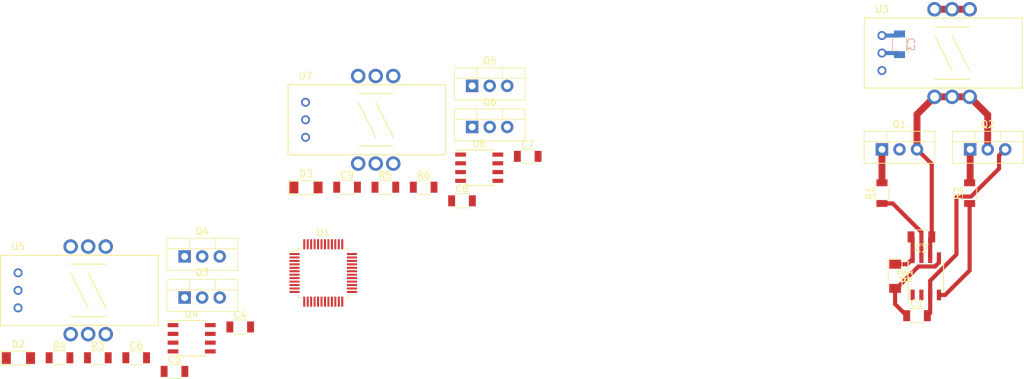
<source format=kicad_pcb>
(kicad_pcb (version 20171130) (host pcbnew "(5.1.0)-1")

  (general
    (thickness 1.6)
    (drawings 0)
    (tracks 48)
    (zones 0)
    (modules 31)
    (nets 69)
  )

  (page A4)
  (layers
    (0 F.Cu signal)
    (31 B.Cu signal)
    (32 B.Adhes user)
    (33 F.Adhes user)
    (34 B.Paste user)
    (35 F.Paste user)
    (36 B.SilkS user)
    (37 F.SilkS user)
    (38 B.Mask user)
    (39 F.Mask user)
    (40 Dwgs.User user)
    (41 Cmts.User user)
    (42 Eco1.User user)
    (43 Eco2.User user)
    (44 Edge.Cuts user)
    (45 Margin user)
    (46 B.CrtYd user)
    (47 F.CrtYd user)
    (48 B.Fab user)
    (49 F.Fab user)
  )

  (setup
    (last_trace_width 0.6)
    (user_trace_width 0.4)
    (user_trace_width 0.6)
    (user_trace_width 1)
    (trace_clearance 0.2)
    (zone_clearance 0.508)
    (zone_45_only no)
    (trace_min 0.2)
    (via_size 0.8)
    (via_drill 0.4)
    (via_min_size 0.4)
    (via_min_drill 0.3)
    (uvia_size 0.3)
    (uvia_drill 0.1)
    (uvias_allowed no)
    (uvia_min_size 0.2)
    (uvia_min_drill 0.1)
    (edge_width 0.05)
    (segment_width 0.2)
    (pcb_text_width 0.3)
    (pcb_text_size 1.5 1.5)
    (mod_edge_width 0.12)
    (mod_text_size 1 1)
    (mod_text_width 0.15)
    (pad_size 1.524 1.524)
    (pad_drill 0.762)
    (pad_to_mask_clearance 0.051)
    (solder_mask_min_width 0.25)
    (aux_axis_origin 0 0)
    (visible_elements FFFFFF7F)
    (pcbplotparams
      (layerselection 0x010fc_ffffffff)
      (usegerberextensions false)
      (usegerberattributes false)
      (usegerberadvancedattributes false)
      (creategerberjobfile false)
      (excludeedgelayer true)
      (linewidth 0.100000)
      (plotframeref false)
      (viasonmask false)
      (mode 1)
      (useauxorigin false)
      (hpglpennumber 1)
      (hpglpenspeed 20)
      (hpglpendiameter 15.000000)
      (psnegative false)
      (psa4output false)
      (plotreference true)
      (plotvalue true)
      (plotinvisibletext false)
      (padsonsilk false)
      (subtractmaskfromsilk false)
      (outputformat 1)
      (mirror false)
      (drillshape 1)
      (scaleselection 1)
      (outputdirectory ""))
  )

  (net 0 "")
  (net 1 GND)
  (net 2 +12V)
  (net 3 "Net-(C2-Pad2)")
  (net 4 "Net-(C2-Pad1)")
  (net 5 +3V3)
  (net 6 "Net-(C5-Pad2)")
  (net 7 "Net-(C5-Pad1)")
  (net 8 "Net-(C8-Pad2)")
  (net 9 "Net-(C8-Pad1)")
  (net 10 "Net-(Q1-Pad1)")
  (net 11 "Net-(Q2-Pad1)")
  (net 12 "Net-(Q3-Pad3)")
  (net 13 "Net-(Q3-Pad1)")
  (net 14 "Net-(Q4-Pad1)")
  (net 15 "Net-(Q5-Pad3)")
  (net 16 "Net-(Q5-Pad1)")
  (net 17 "Net-(Q6-Pad1)")
  (net 18 "Net-(R1-Pad1)")
  (net 19 "Net-(R3-Pad1)")
  (net 20 "Net-(R5-Pad1)")
  (net 21 "Net-(U1-Pad48)")
  (net 22 "Net-(U1-Pad47)")
  (net 23 "Net-(U1-Pad46)")
  (net 24 "Net-(U1-Pad45)")
  (net 25 +1V8)
  (net 26 "Net-(U1-Pad42)")
  (net 27 "Net-(U1-Pad41)")
  (net 28 /Leg3/LIN)
  (net 29 /Leg3/HIN)
  (net 30 /Leg2/LIN)
  (net 31 /Leg2/HIN)
  (net 32 "Net-(U1-Pad36)")
  (net 33 "Net-(U1-Pad34)")
  (net 34 "Net-(U1-Pad31)")
  (net 35 "Net-(U1-Pad30)")
  (net 36 /Leg1/HIN)
  (net 37 /Leg1/LIN)
  (net 38 "Net-(U1-Pad27)")
  (net 39 "Net-(U1-Pad26)")
  (net 40 "Net-(U1-Pad25)")
  (net 41 "Net-(U1-Pad24)")
  (net 42 "Net-(U1-Pad23)")
  (net 43 "Net-(U1-Pad22)")
  (net 44 "Net-(U1-Pad21)")
  (net 45 "Net-(U1-Pad20)")
  (net 46 "Net-(U1-Pad19)")
  (net 47 "Net-(U1-Pad18)")
  (net 48 "Net-(U1-Pad17)")
  (net 49 "Net-(U1-Pad16)")
  (net 50 "Net-(U1-Pad15)")
  (net 51 "Net-(U1-Pad14)")
  (net 52 "Net-(U1-Pad13)")
  (net 53 /Leg1/TOK)
  (net 54 /Leg3/TOK)
  (net 55 /Leg2/TOK)
  (net 56 "Net-(U1-Pad7)")
  (net 57 "Net-(U1-Pad6)")
  (net 58 "Net-(U1-Pad5)")
  (net 59 "Net-(U1-Pad4)")
  (net 60 "Net-(U1-Pad3)")
  (net 61 "Net-(U1-Pad2)")
  (net 62 "Net-(U1-Pad1)")
  (net 63 "Net-(U3-Pad4)")
  (net 64 "Net-(U4-Pad6)")
  (net 65 "Net-(U5-Pad4)")
  (net 66 "Net-(U6-Pad6)")
  (net 67 "Net-(U7-Pad4)")
  (net 68 "Net-(R2-Pad1)")

  (net_class Default "This is the default net class."
    (clearance 0.2)
    (trace_width 0.25)
    (via_dia 0.8)
    (via_drill 0.4)
    (uvia_dia 0.3)
    (uvia_drill 0.1)
    (add_net +12V)
    (add_net +1V8)
    (add_net +3V3)
    (add_net /Leg1/HIN)
    (add_net /Leg1/LIN)
    (add_net /Leg1/TOK)
    (add_net /Leg2/HIN)
    (add_net /Leg2/LIN)
    (add_net /Leg2/TOK)
    (add_net /Leg3/HIN)
    (add_net /Leg3/LIN)
    (add_net /Leg3/TOK)
    (add_net GND)
    (add_net "Net-(C2-Pad1)")
    (add_net "Net-(C2-Pad2)")
    (add_net "Net-(C5-Pad1)")
    (add_net "Net-(C5-Pad2)")
    (add_net "Net-(C8-Pad1)")
    (add_net "Net-(C8-Pad2)")
    (add_net "Net-(Q1-Pad1)")
    (add_net "Net-(Q2-Pad1)")
    (add_net "Net-(Q3-Pad1)")
    (add_net "Net-(Q3-Pad3)")
    (add_net "Net-(Q4-Pad1)")
    (add_net "Net-(Q5-Pad1)")
    (add_net "Net-(Q5-Pad3)")
    (add_net "Net-(Q6-Pad1)")
    (add_net "Net-(R1-Pad1)")
    (add_net "Net-(R2-Pad1)")
    (add_net "Net-(R3-Pad1)")
    (add_net "Net-(R5-Pad1)")
    (add_net "Net-(U1-Pad1)")
    (add_net "Net-(U1-Pad13)")
    (add_net "Net-(U1-Pad14)")
    (add_net "Net-(U1-Pad15)")
    (add_net "Net-(U1-Pad16)")
    (add_net "Net-(U1-Pad17)")
    (add_net "Net-(U1-Pad18)")
    (add_net "Net-(U1-Pad19)")
    (add_net "Net-(U1-Pad2)")
    (add_net "Net-(U1-Pad20)")
    (add_net "Net-(U1-Pad21)")
    (add_net "Net-(U1-Pad22)")
    (add_net "Net-(U1-Pad23)")
    (add_net "Net-(U1-Pad24)")
    (add_net "Net-(U1-Pad25)")
    (add_net "Net-(U1-Pad26)")
    (add_net "Net-(U1-Pad27)")
    (add_net "Net-(U1-Pad3)")
    (add_net "Net-(U1-Pad30)")
    (add_net "Net-(U1-Pad31)")
    (add_net "Net-(U1-Pad34)")
    (add_net "Net-(U1-Pad36)")
    (add_net "Net-(U1-Pad4)")
    (add_net "Net-(U1-Pad41)")
    (add_net "Net-(U1-Pad42)")
    (add_net "Net-(U1-Pad45)")
    (add_net "Net-(U1-Pad46)")
    (add_net "Net-(U1-Pad47)")
    (add_net "Net-(U1-Pad48)")
    (add_net "Net-(U1-Pad5)")
    (add_net "Net-(U1-Pad6)")
    (add_net "Net-(U1-Pad7)")
    (add_net "Net-(U3-Pad4)")
    (add_net "Net-(U4-Pad6)")
    (add_net "Net-(U5-Pad4)")
    (add_net "Net-(U6-Pad6)")
    (add_net "Net-(U7-Pad4)")
  )

  (module Sensor_Current:LTS_15 (layer F.Cu) (tedit 5C177E1F) (tstamp 5CA306D0)
    (at 89.226 52.861)
    (path /5CA64568/5CA51397)
    (fp_text reference U7 (at -7.62 -12.7) (layer F.SilkS)
      (effects (font (size 1 1) (thickness 0.15)))
    )
    (fp_text value LTS_15 (at -3.81 -10.16) (layer F.Fab)
      (effects (font (size 1 1) (thickness 0.15)))
    )
    (fp_line (start 0 -1.27) (end 5.08 -1.27) (layer F.SilkS) (width 0.15))
    (fp_line (start -10.16 -11.43) (end -5.08 -11.43) (layer F.SilkS) (width 0.15))
    (fp_line (start -10.16 -11.43) (end -10.16 -1.27) (layer F.SilkS) (width 0.15))
    (fp_line (start 12.7 -11.43) (end 12.7 -1.27) (layer F.SilkS) (width 0.15))
    (fp_line (start -5.08 -11.43) (end 12.7 -11.43) (layer F.SilkS) (width 0.15))
    (fp_line (start 12.7 -1.27) (end -10.16 -1.27) (layer F.SilkS) (width 0.15))
    (fp_line (start 0 -8.89) (end 2.54 -3.81) (layer F.SilkS) (width 0.15))
    (fp_line (start 2.54 -8.89) (end 5.08 -3.81) (layer F.SilkS) (width 0.15))
    (fp_line (start 0 -2.54) (end 2.54 -2.54) (layer F.SilkS) (width 0.15))
    (fp_line (start 2.54 -2.54) (end 5.08 -2.54) (layer F.SilkS) (width 0.15))
    (fp_line (start 5.08 -10.16) (end 0 -10.16) (layer F.SilkS) (width 0.15))
    (fp_line (start -10.16 -1.27) (end -2.54 -1.27) (layer F.CrtYd) (width 0.15))
    (fp_line (start -2.54 -1.27) (end -1.27 -1.27) (layer F.CrtYd) (width 0.15))
    (fp_line (start -1.27 -1.27) (end -1.27 1.27) (layer F.CrtYd) (width 0.15))
    (fp_line (start -1.27 1.27) (end 6.35 1.27) (layer F.CrtYd) (width 0.15))
    (fp_line (start 6.35 1.27) (end 6.35 -1.27) (layer F.CrtYd) (width 0.15))
    (fp_line (start 6.35 -1.27) (end 12.7 -1.27) (layer F.CrtYd) (width 0.15))
    (fp_line (start 12.7 -1.27) (end 12.7 -11.43) (layer F.CrtYd) (width 0.15))
    (fp_line (start 12.7 -11.43) (end 6.35 -11.43) (layer F.CrtYd) (width 0.15))
    (fp_line (start 6.35 -11.43) (end 6.35 -13.97) (layer F.CrtYd) (width 0.15))
    (fp_line (start 6.35 -13.97) (end -1.27 -13.97) (layer F.CrtYd) (width 0.15))
    (fp_line (start -1.27 -13.97) (end -1.27 -11.43) (layer F.CrtYd) (width 0.15))
    (fp_line (start -1.27 -11.43) (end -10.16 -11.43) (layer F.CrtYd) (width 0.15))
    (fp_line (start -10.16 -11.43) (end -10.16 -1.27) (layer F.CrtYd) (width 0.15))
    (fp_text user %R (at -3.81 -7.62) (layer F.Fab)
      (effects (font (size 1 1) (thickness 0.15)))
    )
    (fp_line (start -10.16 -11.43) (end 12.7 -11.43) (layer F.Fab) (width 0.15))
    (fp_line (start 12.7 -11.43) (end 12.7 -1.27) (layer F.Fab) (width 0.15))
    (fp_line (start 12.7 -1.27) (end -10.16 -1.27) (layer F.Fab) (width 0.15))
    (fp_line (start -10.16 -1.27) (end -10.16 -11.43) (layer F.Fab) (width 0.15))
    (pad + thru_hole circle (at -7.62 -8.89) (size 1.3 1.3) (drill 0.8) (layers *.Cu *.Mask)
      (net 5 +3V3))
    (pad OUT thru_hole circle (at -7.62 -3.81) (size 1.3 1.3) (drill 0.8) (layers *.Cu *.Mask)
      (net 54 /Leg3/TOK))
    (pad 0 thru_hole circle (at -7.62 -6.35) (size 1.3 1.3) (drill 0.8) (layers *.Cu *.Mask)
      (net 1 GND))
    (pad 6 thru_hole circle (at 0 -12.7) (size 2.1 2.1) (drill 1.3) (layers *.Cu *.Mask)
      (net 67 "Net-(U7-Pad4)"))
    (pad 5 thru_hole circle (at 2.54 -12.7) (size 2.1 2.1) (drill 1.3) (layers *.Cu *.Mask)
      (net 67 "Net-(U7-Pad4)"))
    (pad 4 thru_hole circle (at 5.08 -12.7) (size 2.1 2.1) (drill 1.3) (layers *.Cu *.Mask)
      (net 67 "Net-(U7-Pad4)"))
    (pad 3 thru_hole circle (at 5.08 0) (size 2.1 2.1) (drill 1.3) (layers *.Cu *.Mask)
      (net 15 "Net-(Q5-Pad3)"))
    (pad 2 thru_hole circle (at 2.54 0) (size 2.1 2.1) (drill 1.3) (layers *.Cu *.Mask)
      (net 15 "Net-(Q5-Pad3)"))
    (pad 1 thru_hole circle (at 0 0) (size 2.1 2.1) (drill 1.3) (layers *.Cu *.Mask)
      (net 15 "Net-(Q5-Pad3)"))
    (model ${KISYS3DMOD}/Sensor_Current.3dshapes/LTS_15.wrl
      (at (xyz 0 0 0))
      (scale (xyz 1 1 1))
      (rotate (xyz 0 0 0))
    )
  )

  (module Package_SO:SO8 (layer F.Cu) (tedit 5B768FC1) (tstamp 5CA306A6)
    (at 106.756 53.461)
    (descr "8-Lead Plastic Small Outline (SN) - Narrow, 3.90 mm Body [SOIC] (see Microchip Packaging Specification 00000049BS.pdf)")
    (tags "SOIC 1.27")
    (path /5CA64568/5CA3CA6D)
    (attr smd)
    (fp_text reference U6 (at 0 -3.5) (layer F.SilkS)
      (effects (font (size 1 1) (thickness 0.15)))
    )
    (fp_text value IR2181 (at 0 3.5) (layer F.Fab) hide
      (effects (font (size 1 1) (thickness 0.15)))
    )
    (fp_line (start -2.075 -2.525) (end -3.475 -2.525) (layer F.SilkS) (width 0.15))
    (fp_line (start -2.075 2.575) (end 2.075 2.575) (layer F.SilkS) (width 0.15))
    (fp_line (start -2.075 -2.575) (end 2.075 -2.575) (layer F.SilkS) (width 0.15))
    (fp_line (start -2.075 2.575) (end -2.075 2.43) (layer F.SilkS) (width 0.15))
    (fp_line (start 2.075 2.575) (end 2.075 2.43) (layer F.SilkS) (width 0.15))
    (fp_line (start 2.075 -2.575) (end 2.075 -2.43) (layer F.SilkS) (width 0.15))
    (fp_line (start -2.075 -2.575) (end -2.075 -2.525) (layer F.SilkS) (width 0.15))
    (fp_line (start -3.73 2.7) (end 3.73 2.7) (layer F.CrtYd) (width 0.05))
    (fp_line (start -3.73 -2.7) (end 3.73 -2.7) (layer F.CrtYd) (width 0.05))
    (fp_line (start 3.73 -2.7) (end 3.73 2.7) (layer F.CrtYd) (width 0.05))
    (fp_line (start -3.73 -2.7) (end -3.73 2.7) (layer F.CrtYd) (width 0.05))
    (fp_line (start -1.95 -1.45) (end -0.95 -2.45) (layer F.Fab) (width 0.1))
    (fp_line (start -1.95 2.45) (end -1.95 -1.45) (layer F.Fab) (width 0.1))
    (fp_line (start 1.95 2.45) (end -1.95 2.45) (layer F.Fab) (width 0.1))
    (fp_line (start 1.95 -2.45) (end 1.95 2.45) (layer F.Fab) (width 0.1))
    (fp_line (start -0.95 -2.45) (end 1.95 -2.45) (layer F.Fab) (width 0.1))
    (fp_text user %R (at 0 0) (layer F.Fab)
      (effects (font (size 1 1) (thickness 0.15)))
    )
    (pad 8 smd rect (at 2.7 -1.905) (size 1.55 0.6) (layers F.Cu F.Paste F.Mask)
      (net 8 "Net-(C8-Pad2)"))
    (pad 7 smd rect (at 2.7 -0.635) (size 1.55 0.6) (layers F.Cu F.Paste F.Mask)
      (net 20 "Net-(R5-Pad1)"))
    (pad 6 smd rect (at 2.7 0.635) (size 1.55 0.6) (layers F.Cu F.Paste F.Mask)
      (net 66 "Net-(U6-Pad6)"))
    (pad 5 smd rect (at 2.7 1.905) (size 1.55 0.6) (layers F.Cu F.Paste F.Mask)
      (net 2 +12V))
    (pad 4 smd rect (at -2.7 1.905) (size 1.55 0.6) (layers F.Cu F.Paste F.Mask)
      (net 9 "Net-(C8-Pad1)"))
    (pad 3 smd rect (at -2.7 0.635) (size 1.55 0.6) (layers F.Cu F.Paste F.Mask)
      (net 1 GND))
    (pad 2 smd rect (at -2.7 -0.635) (size 1.55 0.6) (layers F.Cu F.Paste F.Mask)
      (net 28 /Leg3/LIN))
    (pad 1 smd rect (at -2.7 -1.905) (size 1.55 0.6) (layers F.Cu F.Paste F.Mask)
      (net 29 /Leg3/HIN))
    (model ${KISYS3DMOD}/Package_SO.3dshapes/SOIC-8_3.9x4.9mm_P1.27mm.wrl
      (at (xyz 0 0 0))
      (scale (xyz 1 1 1))
      (rotate (xyz 0 0 0))
    )
  )

  (module Sensor_Current:LTS_15 (layer F.Cu) (tedit 5C177E1F) (tstamp 5CA30689)
    (at 47.576 77.601)
    (path /5CA63F16/5CA51397)
    (fp_text reference U5 (at -7.62 -12.7) (layer F.SilkS)
      (effects (font (size 1 1) (thickness 0.15)))
    )
    (fp_text value LTS_15 (at -3.81 -10.16) (layer F.Fab)
      (effects (font (size 1 1) (thickness 0.15)))
    )
    (fp_line (start 0 -1.27) (end 5.08 -1.27) (layer F.SilkS) (width 0.15))
    (fp_line (start -10.16 -11.43) (end -5.08 -11.43) (layer F.SilkS) (width 0.15))
    (fp_line (start -10.16 -11.43) (end -10.16 -1.27) (layer F.SilkS) (width 0.15))
    (fp_line (start 12.7 -11.43) (end 12.7 -1.27) (layer F.SilkS) (width 0.15))
    (fp_line (start -5.08 -11.43) (end 12.7 -11.43) (layer F.SilkS) (width 0.15))
    (fp_line (start 12.7 -1.27) (end -10.16 -1.27) (layer F.SilkS) (width 0.15))
    (fp_line (start 0 -8.89) (end 2.54 -3.81) (layer F.SilkS) (width 0.15))
    (fp_line (start 2.54 -8.89) (end 5.08 -3.81) (layer F.SilkS) (width 0.15))
    (fp_line (start 0 -2.54) (end 2.54 -2.54) (layer F.SilkS) (width 0.15))
    (fp_line (start 2.54 -2.54) (end 5.08 -2.54) (layer F.SilkS) (width 0.15))
    (fp_line (start 5.08 -10.16) (end 0 -10.16) (layer F.SilkS) (width 0.15))
    (fp_line (start -10.16 -1.27) (end -2.54 -1.27) (layer F.CrtYd) (width 0.15))
    (fp_line (start -2.54 -1.27) (end -1.27 -1.27) (layer F.CrtYd) (width 0.15))
    (fp_line (start -1.27 -1.27) (end -1.27 1.27) (layer F.CrtYd) (width 0.15))
    (fp_line (start -1.27 1.27) (end 6.35 1.27) (layer F.CrtYd) (width 0.15))
    (fp_line (start 6.35 1.27) (end 6.35 -1.27) (layer F.CrtYd) (width 0.15))
    (fp_line (start 6.35 -1.27) (end 12.7 -1.27) (layer F.CrtYd) (width 0.15))
    (fp_line (start 12.7 -1.27) (end 12.7 -11.43) (layer F.CrtYd) (width 0.15))
    (fp_line (start 12.7 -11.43) (end 6.35 -11.43) (layer F.CrtYd) (width 0.15))
    (fp_line (start 6.35 -11.43) (end 6.35 -13.97) (layer F.CrtYd) (width 0.15))
    (fp_line (start 6.35 -13.97) (end -1.27 -13.97) (layer F.CrtYd) (width 0.15))
    (fp_line (start -1.27 -13.97) (end -1.27 -11.43) (layer F.CrtYd) (width 0.15))
    (fp_line (start -1.27 -11.43) (end -10.16 -11.43) (layer F.CrtYd) (width 0.15))
    (fp_line (start -10.16 -11.43) (end -10.16 -1.27) (layer F.CrtYd) (width 0.15))
    (fp_text user %R (at -3.81 -7.62) (layer F.Fab)
      (effects (font (size 1 1) (thickness 0.15)))
    )
    (fp_line (start -10.16 -11.43) (end 12.7 -11.43) (layer F.Fab) (width 0.15))
    (fp_line (start 12.7 -11.43) (end 12.7 -1.27) (layer F.Fab) (width 0.15))
    (fp_line (start 12.7 -1.27) (end -10.16 -1.27) (layer F.Fab) (width 0.15))
    (fp_line (start -10.16 -1.27) (end -10.16 -11.43) (layer F.Fab) (width 0.15))
    (pad + thru_hole circle (at -7.62 -8.89) (size 1.3 1.3) (drill 0.8) (layers *.Cu *.Mask)
      (net 5 +3V3))
    (pad OUT thru_hole circle (at -7.62 -3.81) (size 1.3 1.3) (drill 0.8) (layers *.Cu *.Mask)
      (net 55 /Leg2/TOK))
    (pad 0 thru_hole circle (at -7.62 -6.35) (size 1.3 1.3) (drill 0.8) (layers *.Cu *.Mask)
      (net 1 GND))
    (pad 6 thru_hole circle (at 0 -12.7) (size 2.1 2.1) (drill 1.3) (layers *.Cu *.Mask)
      (net 65 "Net-(U5-Pad4)"))
    (pad 5 thru_hole circle (at 2.54 -12.7) (size 2.1 2.1) (drill 1.3) (layers *.Cu *.Mask)
      (net 65 "Net-(U5-Pad4)"))
    (pad 4 thru_hole circle (at 5.08 -12.7) (size 2.1 2.1) (drill 1.3) (layers *.Cu *.Mask)
      (net 65 "Net-(U5-Pad4)"))
    (pad 3 thru_hole circle (at 5.08 0) (size 2.1 2.1) (drill 1.3) (layers *.Cu *.Mask)
      (net 12 "Net-(Q3-Pad3)"))
    (pad 2 thru_hole circle (at 2.54 0) (size 2.1 2.1) (drill 1.3) (layers *.Cu *.Mask)
      (net 12 "Net-(Q3-Pad3)"))
    (pad 1 thru_hole circle (at 0 0) (size 2.1 2.1) (drill 1.3) (layers *.Cu *.Mask)
      (net 12 "Net-(Q3-Pad3)"))
    (model ${KISYS3DMOD}/Sensor_Current.3dshapes/LTS_15.wrl
      (at (xyz 0 0 0))
      (scale (xyz 1 1 1))
      (rotate (xyz 0 0 0))
    )
  )

  (module Package_SO:SO8 (layer F.Cu) (tedit 5B768FC1) (tstamp 5CA3065F)
    (at 65.106 78.201)
    (descr "8-Lead Plastic Small Outline (SN) - Narrow, 3.90 mm Body [SOIC] (see Microchip Packaging Specification 00000049BS.pdf)")
    (tags "SOIC 1.27")
    (path /5CA63F16/5CA3CA6D)
    (attr smd)
    (fp_text reference U4 (at 0 -3.5) (layer F.SilkS)
      (effects (font (size 1 1) (thickness 0.15)))
    )
    (fp_text value IR2181 (at 0 3.5) (layer F.Fab) hide
      (effects (font (size 1 1) (thickness 0.15)))
    )
    (fp_line (start -2.075 -2.525) (end -3.475 -2.525) (layer F.SilkS) (width 0.15))
    (fp_line (start -2.075 2.575) (end 2.075 2.575) (layer F.SilkS) (width 0.15))
    (fp_line (start -2.075 -2.575) (end 2.075 -2.575) (layer F.SilkS) (width 0.15))
    (fp_line (start -2.075 2.575) (end -2.075 2.43) (layer F.SilkS) (width 0.15))
    (fp_line (start 2.075 2.575) (end 2.075 2.43) (layer F.SilkS) (width 0.15))
    (fp_line (start 2.075 -2.575) (end 2.075 -2.43) (layer F.SilkS) (width 0.15))
    (fp_line (start -2.075 -2.575) (end -2.075 -2.525) (layer F.SilkS) (width 0.15))
    (fp_line (start -3.73 2.7) (end 3.73 2.7) (layer F.CrtYd) (width 0.05))
    (fp_line (start -3.73 -2.7) (end 3.73 -2.7) (layer F.CrtYd) (width 0.05))
    (fp_line (start 3.73 -2.7) (end 3.73 2.7) (layer F.CrtYd) (width 0.05))
    (fp_line (start -3.73 -2.7) (end -3.73 2.7) (layer F.CrtYd) (width 0.05))
    (fp_line (start -1.95 -1.45) (end -0.95 -2.45) (layer F.Fab) (width 0.1))
    (fp_line (start -1.95 2.45) (end -1.95 -1.45) (layer F.Fab) (width 0.1))
    (fp_line (start 1.95 2.45) (end -1.95 2.45) (layer F.Fab) (width 0.1))
    (fp_line (start 1.95 -2.45) (end 1.95 2.45) (layer F.Fab) (width 0.1))
    (fp_line (start -0.95 -2.45) (end 1.95 -2.45) (layer F.Fab) (width 0.1))
    (fp_text user %R (at 0 0) (layer F.Fab)
      (effects (font (size 1 1) (thickness 0.15)))
    )
    (pad 8 smd rect (at 2.7 -1.905) (size 1.55 0.6) (layers F.Cu F.Paste F.Mask)
      (net 6 "Net-(C5-Pad2)"))
    (pad 7 smd rect (at 2.7 -0.635) (size 1.55 0.6) (layers F.Cu F.Paste F.Mask)
      (net 19 "Net-(R3-Pad1)"))
    (pad 6 smd rect (at 2.7 0.635) (size 1.55 0.6) (layers F.Cu F.Paste F.Mask)
      (net 64 "Net-(U4-Pad6)"))
    (pad 5 smd rect (at 2.7 1.905) (size 1.55 0.6) (layers F.Cu F.Paste F.Mask)
      (net 2 +12V))
    (pad 4 smd rect (at -2.7 1.905) (size 1.55 0.6) (layers F.Cu F.Paste F.Mask)
      (net 7 "Net-(C5-Pad1)"))
    (pad 3 smd rect (at -2.7 0.635) (size 1.55 0.6) (layers F.Cu F.Paste F.Mask)
      (net 1 GND))
    (pad 2 smd rect (at -2.7 -0.635) (size 1.55 0.6) (layers F.Cu F.Paste F.Mask)
      (net 30 /Leg2/LIN))
    (pad 1 smd rect (at -2.7 -1.905) (size 1.55 0.6) (layers F.Cu F.Paste F.Mask)
      (net 31 /Leg2/HIN))
    (model ${KISYS3DMOD}/Package_SO.3dshapes/SOIC-8_3.9x4.9mm_P1.27mm.wrl
      (at (xyz 0 0 0))
      (scale (xyz 1 1 1))
      (rotate (xyz 0 0 0))
    )
  )

  (module Sensor_Current:LTS_15 (layer F.Cu) (tedit 5C177E1F) (tstamp 5CA30642)
    (at 172.72 43.18)
    (path /5CA3706F/5CA6C203)
    (fp_text reference U3 (at -7.62 -12.7) (layer F.SilkS)
      (effects (font (size 1 1) (thickness 0.15)))
    )
    (fp_text value LTS_15 (at -3.81 -10.16) (layer F.Fab)
      (effects (font (size 1 1) (thickness 0.15)))
    )
    (fp_line (start 0 -1.27) (end 5.08 -1.27) (layer F.SilkS) (width 0.15))
    (fp_line (start -10.16 -11.43) (end -5.08 -11.43) (layer F.SilkS) (width 0.15))
    (fp_line (start -10.16 -11.43) (end -10.16 -1.27) (layer F.SilkS) (width 0.15))
    (fp_line (start 12.7 -11.43) (end 12.7 -1.27) (layer F.SilkS) (width 0.15))
    (fp_line (start -5.08 -11.43) (end 12.7 -11.43) (layer F.SilkS) (width 0.15))
    (fp_line (start 12.7 -1.27) (end -10.16 -1.27) (layer F.SilkS) (width 0.15))
    (fp_line (start 0 -8.89) (end 2.54 -3.81) (layer F.SilkS) (width 0.15))
    (fp_line (start 2.54 -8.89) (end 5.08 -3.81) (layer F.SilkS) (width 0.15))
    (fp_line (start 0 -2.54) (end 2.54 -2.54) (layer F.SilkS) (width 0.15))
    (fp_line (start 2.54 -2.54) (end 5.08 -2.54) (layer F.SilkS) (width 0.15))
    (fp_line (start 5.08 -10.16) (end 0 -10.16) (layer F.SilkS) (width 0.15))
    (fp_line (start -10.16 -1.27) (end -2.54 -1.27) (layer F.CrtYd) (width 0.15))
    (fp_line (start -2.54 -1.27) (end -1.27 -1.27) (layer F.CrtYd) (width 0.15))
    (fp_line (start -1.27 -1.27) (end -1.27 1.27) (layer F.CrtYd) (width 0.15))
    (fp_line (start -1.27 1.27) (end 6.35 1.27) (layer F.CrtYd) (width 0.15))
    (fp_line (start 6.35 1.27) (end 6.35 -1.27) (layer F.CrtYd) (width 0.15))
    (fp_line (start 6.35 -1.27) (end 12.7 -1.27) (layer F.CrtYd) (width 0.15))
    (fp_line (start 12.7 -1.27) (end 12.7 -11.43) (layer F.CrtYd) (width 0.15))
    (fp_line (start 12.7 -11.43) (end 6.35 -11.43) (layer F.CrtYd) (width 0.15))
    (fp_line (start 6.35 -11.43) (end 6.35 -13.97) (layer F.CrtYd) (width 0.15))
    (fp_line (start 6.35 -13.97) (end -1.27 -13.97) (layer F.CrtYd) (width 0.15))
    (fp_line (start -1.27 -13.97) (end -1.27 -11.43) (layer F.CrtYd) (width 0.15))
    (fp_line (start -1.27 -11.43) (end -10.16 -11.43) (layer F.CrtYd) (width 0.15))
    (fp_line (start -10.16 -11.43) (end -10.16 -1.27) (layer F.CrtYd) (width 0.15))
    (fp_text user %R (at -3.81 -7.62) (layer F.Fab)
      (effects (font (size 1 1) (thickness 0.15)))
    )
    (fp_line (start -10.16 -11.43) (end 12.7 -11.43) (layer F.Fab) (width 0.15))
    (fp_line (start 12.7 -11.43) (end 12.7 -1.27) (layer F.Fab) (width 0.15))
    (fp_line (start 12.7 -1.27) (end -10.16 -1.27) (layer F.Fab) (width 0.15))
    (fp_line (start -10.16 -1.27) (end -10.16 -11.43) (layer F.Fab) (width 0.15))
    (pad + thru_hole circle (at -7.62 -8.89) (size 1.3 1.3) (drill 0.8) (layers *.Cu *.Mask)
      (net 5 +3V3))
    (pad OUT thru_hole circle (at -7.62 -3.81) (size 1.3 1.3) (drill 0.8) (layers *.Cu *.Mask)
      (net 53 /Leg1/TOK))
    (pad 0 thru_hole circle (at -7.62 -6.35) (size 1.3 1.3) (drill 0.8) (layers *.Cu *.Mask)
      (net 1 GND))
    (pad 6 thru_hole circle (at 0 -12.7) (size 2.1 2.1) (drill 1.3) (layers *.Cu *.Mask)
      (net 63 "Net-(U3-Pad4)"))
    (pad 5 thru_hole circle (at 2.54 -12.7) (size 2.1 2.1) (drill 1.3) (layers *.Cu *.Mask)
      (net 63 "Net-(U3-Pad4)"))
    (pad 4 thru_hole circle (at 5.08 -12.7) (size 2.1 2.1) (drill 1.3) (layers *.Cu *.Mask)
      (net 63 "Net-(U3-Pad4)"))
    (pad 3 thru_hole circle (at 5.08 0) (size 2.1 2.1) (drill 1.3) (layers *.Cu *.Mask)
      (net 4 "Net-(C2-Pad1)"))
    (pad 2 thru_hole circle (at 2.54 0) (size 2.1 2.1) (drill 1.3) (layers *.Cu *.Mask)
      (net 4 "Net-(C2-Pad1)"))
    (pad 1 thru_hole circle (at 0 0) (size 2.1 2.1) (drill 1.3) (layers *.Cu *.Mask)
      (net 4 "Net-(C2-Pad1)"))
    (model ${KISYS3DMOD}/Sensor_Current.3dshapes/LTS_15.wrl
      (at (xyz 0 0 0))
      (scale (xyz 1 1 1))
      (rotate (xyz 0 0 0))
    )
  )

  (module Package_SO:SO8 (layer F.Cu) (tedit 5B768FC1) (tstamp 5CA30618)
    (at 171.45 69.215 90)
    (descr "8-Lead Plastic Small Outline (SN) - Narrow, 3.90 mm Body [SOIC] (see Microchip Packaging Specification 00000049BS.pdf)")
    (tags "SOIC 1.27")
    (path /5CA3706F/5CA6C1F9)
    (attr smd)
    (fp_text reference U2 (at 0 -3.5 90) (layer F.SilkS)
      (effects (font (size 1 1) (thickness 0.15)))
    )
    (fp_text value IR2181 (at 0 3.5 90) (layer F.Fab) hide
      (effects (font (size 1 1) (thickness 0.15)))
    )
    (fp_line (start -2.075 -2.525) (end -3.475 -2.525) (layer F.SilkS) (width 0.15))
    (fp_line (start -2.075 2.575) (end 2.075 2.575) (layer F.SilkS) (width 0.15))
    (fp_line (start -2.075 -2.575) (end 2.075 -2.575) (layer F.SilkS) (width 0.15))
    (fp_line (start -2.075 2.575) (end -2.075 2.43) (layer F.SilkS) (width 0.15))
    (fp_line (start 2.075 2.575) (end 2.075 2.43) (layer F.SilkS) (width 0.15))
    (fp_line (start 2.075 -2.575) (end 2.075 -2.43) (layer F.SilkS) (width 0.15))
    (fp_line (start -2.075 -2.575) (end -2.075 -2.525) (layer F.SilkS) (width 0.15))
    (fp_line (start -3.73 2.7) (end 3.73 2.7) (layer F.CrtYd) (width 0.05))
    (fp_line (start -3.73 -2.7) (end 3.73 -2.7) (layer F.CrtYd) (width 0.05))
    (fp_line (start 3.73 -2.7) (end 3.73 2.7) (layer F.CrtYd) (width 0.05))
    (fp_line (start -3.73 -2.7) (end -3.73 2.7) (layer F.CrtYd) (width 0.05))
    (fp_line (start -1.95 -1.45) (end -0.95 -2.45) (layer F.Fab) (width 0.1))
    (fp_line (start -1.95 2.45) (end -1.95 -1.45) (layer F.Fab) (width 0.1))
    (fp_line (start 1.95 2.45) (end -1.95 2.45) (layer F.Fab) (width 0.1))
    (fp_line (start 1.95 -2.45) (end 1.95 2.45) (layer F.Fab) (width 0.1))
    (fp_line (start -0.95 -2.45) (end 1.95 -2.45) (layer F.Fab) (width 0.1))
    (fp_text user %R (at 0 0 90) (layer F.Fab)
      (effects (font (size 1 1) (thickness 0.15)))
    )
    (pad 8 smd rect (at 2.7 -1.905 90) (size 1.55 0.6) (layers F.Cu F.Paste F.Mask)
      (net 3 "Net-(C2-Pad2)"))
    (pad 7 smd rect (at 2.7 -0.635 90) (size 1.55 0.6) (layers F.Cu F.Paste F.Mask)
      (net 18 "Net-(R1-Pad1)"))
    (pad 6 smd rect (at 2.7 0.635 90) (size 1.55 0.6) (layers F.Cu F.Paste F.Mask)
      (net 4 "Net-(C2-Pad1)"))
    (pad 5 smd rect (at 2.7 1.905 90) (size 1.55 0.6) (layers F.Cu F.Paste F.Mask)
      (net 2 +12V))
    (pad 4 smd rect (at -2.7 1.905 90) (size 1.55 0.6) (layers F.Cu F.Paste F.Mask)
      (net 68 "Net-(R2-Pad1)"))
    (pad 3 smd rect (at -2.7 0.635 90) (size 1.55 0.6) (layers F.Cu F.Paste F.Mask)
      (net 1 GND))
    (pad 2 smd rect (at -2.7 -0.635 90) (size 1.55 0.6) (layers F.Cu F.Paste F.Mask)
      (net 37 /Leg1/LIN))
    (pad 1 smd rect (at -2.7 -1.905 90) (size 1.55 0.6) (layers F.Cu F.Paste F.Mask)
      (net 36 /Leg1/HIN))
    (model ${KISYS3DMOD}/Package_SO.3dshapes/SOIC-8_3.9x4.9mm_P1.27mm.wrl
      (at (xyz 0 0 0))
      (scale (xyz 1 1 1))
      (rotate (xyz 0 0 0))
    )
  )

  (module Package_QFP:LQFP-48_7x7mm_P0.5mm (layer F.Cu) (tedit 5C18330E) (tstamp 5CA305FB)
    (at 84.166 68.731)
    (descr "LQFP, 48 Pin (https://www.analog.com/media/en/technical-documentation/data-sheets/ltc2358-16.pdf), generated with kicad-footprint-generator ipc_gullwing_generator.py")
    (tags "LQFP QFP")
    (path /5CA2FBBC)
    (attr smd)
    (fp_text reference U1 (at 0 -5.85) (layer F.SilkS)
      (effects (font (size 1 1) (thickness 0.15)))
    )
    (fp_text value TMS320F28027PT (at 0 5.85) (layer F.Fab)
      (effects (font (size 1 1) (thickness 0.15)))
    )
    (fp_text user %R (at 0 0) (layer F.Fab)
      (effects (font (size 1 1) (thickness 0.15)))
    )
    (fp_line (start 5.15 3.15) (end 5.15 0) (layer F.CrtYd) (width 0.05))
    (fp_line (start 3.75 3.15) (end 5.15 3.15) (layer F.CrtYd) (width 0.05))
    (fp_line (start 3.75 3.75) (end 3.75 3.15) (layer F.CrtYd) (width 0.05))
    (fp_line (start 3.15 3.75) (end 3.75 3.75) (layer F.CrtYd) (width 0.05))
    (fp_line (start 3.15 5.15) (end 3.15 3.75) (layer F.CrtYd) (width 0.05))
    (fp_line (start 0 5.15) (end 3.15 5.15) (layer F.CrtYd) (width 0.05))
    (fp_line (start -5.15 3.15) (end -5.15 0) (layer F.CrtYd) (width 0.05))
    (fp_line (start -3.75 3.15) (end -5.15 3.15) (layer F.CrtYd) (width 0.05))
    (fp_line (start -3.75 3.75) (end -3.75 3.15) (layer F.CrtYd) (width 0.05))
    (fp_line (start -3.15 3.75) (end -3.75 3.75) (layer F.CrtYd) (width 0.05))
    (fp_line (start -3.15 5.15) (end -3.15 3.75) (layer F.CrtYd) (width 0.05))
    (fp_line (start 0 5.15) (end -3.15 5.15) (layer F.CrtYd) (width 0.05))
    (fp_line (start 5.15 -3.15) (end 5.15 0) (layer F.CrtYd) (width 0.05))
    (fp_line (start 3.75 -3.15) (end 5.15 -3.15) (layer F.CrtYd) (width 0.05))
    (fp_line (start 3.75 -3.75) (end 3.75 -3.15) (layer F.CrtYd) (width 0.05))
    (fp_line (start 3.15 -3.75) (end 3.75 -3.75) (layer F.CrtYd) (width 0.05))
    (fp_line (start 3.15 -5.15) (end 3.15 -3.75) (layer F.CrtYd) (width 0.05))
    (fp_line (start 0 -5.15) (end 3.15 -5.15) (layer F.CrtYd) (width 0.05))
    (fp_line (start -5.15 -3.15) (end -5.15 0) (layer F.CrtYd) (width 0.05))
    (fp_line (start -3.75 -3.15) (end -5.15 -3.15) (layer F.CrtYd) (width 0.05))
    (fp_line (start -3.75 -3.75) (end -3.75 -3.15) (layer F.CrtYd) (width 0.05))
    (fp_line (start -3.15 -3.75) (end -3.75 -3.75) (layer F.CrtYd) (width 0.05))
    (fp_line (start -3.15 -5.15) (end -3.15 -3.75) (layer F.CrtYd) (width 0.05))
    (fp_line (start 0 -5.15) (end -3.15 -5.15) (layer F.CrtYd) (width 0.05))
    (fp_line (start -3.5 -2.5) (end -2.5 -3.5) (layer F.Fab) (width 0.1))
    (fp_line (start -3.5 3.5) (end -3.5 -2.5) (layer F.Fab) (width 0.1))
    (fp_line (start 3.5 3.5) (end -3.5 3.5) (layer F.Fab) (width 0.1))
    (fp_line (start 3.5 -3.5) (end 3.5 3.5) (layer F.Fab) (width 0.1))
    (fp_line (start -2.5 -3.5) (end 3.5 -3.5) (layer F.Fab) (width 0.1))
    (fp_line (start -3.61 -3.16) (end -4.9 -3.16) (layer F.SilkS) (width 0.12))
    (fp_line (start -3.61 -3.61) (end -3.61 -3.16) (layer F.SilkS) (width 0.12))
    (fp_line (start -3.16 -3.61) (end -3.61 -3.61) (layer F.SilkS) (width 0.12))
    (fp_line (start 3.61 -3.61) (end 3.61 -3.16) (layer F.SilkS) (width 0.12))
    (fp_line (start 3.16 -3.61) (end 3.61 -3.61) (layer F.SilkS) (width 0.12))
    (fp_line (start -3.61 3.61) (end -3.61 3.16) (layer F.SilkS) (width 0.12))
    (fp_line (start -3.16 3.61) (end -3.61 3.61) (layer F.SilkS) (width 0.12))
    (fp_line (start 3.61 3.61) (end 3.61 3.16) (layer F.SilkS) (width 0.12))
    (fp_line (start 3.16 3.61) (end 3.61 3.61) (layer F.SilkS) (width 0.12))
    (pad 48 smd roundrect (at -2.75 -4.1625) (size 0.3 1.475) (layers F.Cu F.Paste F.Mask) (roundrect_rratio 0.25)
      (net 21 "Net-(U1-Pad48)"))
    (pad 47 smd roundrect (at -2.25 -4.1625) (size 0.3 1.475) (layers F.Cu F.Paste F.Mask) (roundrect_rratio 0.25)
      (net 22 "Net-(U1-Pad47)"))
    (pad 46 smd roundrect (at -1.75 -4.1625) (size 0.3 1.475) (layers F.Cu F.Paste F.Mask) (roundrect_rratio 0.25)
      (net 23 "Net-(U1-Pad46)"))
    (pad 45 smd roundrect (at -1.25 -4.1625) (size 0.3 1.475) (layers F.Cu F.Paste F.Mask) (roundrect_rratio 0.25)
      (net 24 "Net-(U1-Pad45)"))
    (pad 44 smd roundrect (at -0.75 -4.1625) (size 0.3 1.475) (layers F.Cu F.Paste F.Mask) (roundrect_rratio 0.25)
      (net 1 GND))
    (pad 43 smd roundrect (at -0.25 -4.1625) (size 0.3 1.475) (layers F.Cu F.Paste F.Mask) (roundrect_rratio 0.25)
      (net 25 +1V8))
    (pad 42 smd roundrect (at 0.25 -4.1625) (size 0.3 1.475) (layers F.Cu F.Paste F.Mask) (roundrect_rratio 0.25)
      (net 26 "Net-(U1-Pad42)"))
    (pad 41 smd roundrect (at 0.75 -4.1625) (size 0.3 1.475) (layers F.Cu F.Paste F.Mask) (roundrect_rratio 0.25)
      (net 27 "Net-(U1-Pad41)"))
    (pad 40 smd roundrect (at 1.25 -4.1625) (size 0.3 1.475) (layers F.Cu F.Paste F.Mask) (roundrect_rratio 0.25)
      (net 28 /Leg3/LIN))
    (pad 39 smd roundrect (at 1.75 -4.1625) (size 0.3 1.475) (layers F.Cu F.Paste F.Mask) (roundrect_rratio 0.25)
      (net 29 /Leg3/HIN))
    (pad 38 smd roundrect (at 2.25 -4.1625) (size 0.3 1.475) (layers F.Cu F.Paste F.Mask) (roundrect_rratio 0.25)
      (net 30 /Leg2/LIN))
    (pad 37 smd roundrect (at 2.75 -4.1625) (size 0.3 1.475) (layers F.Cu F.Paste F.Mask) (roundrect_rratio 0.25)
      (net 31 /Leg2/HIN))
    (pad 36 smd roundrect (at 4.1625 -2.75) (size 1.475 0.3) (layers F.Cu F.Paste F.Mask) (roundrect_rratio 0.25)
      (net 32 "Net-(U1-Pad36)"))
    (pad 35 smd roundrect (at 4.1625 -2.25) (size 1.475 0.3) (layers F.Cu F.Paste F.Mask) (roundrect_rratio 0.25)
      (net 5 +3V3))
    (pad 34 smd roundrect (at 4.1625 -1.75) (size 1.475 0.3) (layers F.Cu F.Paste F.Mask) (roundrect_rratio 0.25)
      (net 33 "Net-(U1-Pad34)"))
    (pad 33 smd roundrect (at 4.1625 -1.25) (size 1.475 0.3) (layers F.Cu F.Paste F.Mask) (roundrect_rratio 0.25)
      (net 1 GND))
    (pad 32 smd roundrect (at 4.1625 -0.75) (size 1.475 0.3) (layers F.Cu F.Paste F.Mask) (roundrect_rratio 0.25)
      (net 25 +1V8))
    (pad 31 smd roundrect (at 4.1625 -0.25) (size 1.475 0.3) (layers F.Cu F.Paste F.Mask) (roundrect_rratio 0.25)
      (net 34 "Net-(U1-Pad31)"))
    (pad 30 smd roundrect (at 4.1625 0.25) (size 1.475 0.3) (layers F.Cu F.Paste F.Mask) (roundrect_rratio 0.25)
      (net 35 "Net-(U1-Pad30)"))
    (pad 29 smd roundrect (at 4.1625 0.75) (size 1.475 0.3) (layers F.Cu F.Paste F.Mask) (roundrect_rratio 0.25)
      (net 36 /Leg1/HIN))
    (pad 28 smd roundrect (at 4.1625 1.25) (size 1.475 0.3) (layers F.Cu F.Paste F.Mask) (roundrect_rratio 0.25)
      (net 37 /Leg1/LIN))
    (pad 27 smd roundrect (at 4.1625 1.75) (size 1.475 0.3) (layers F.Cu F.Paste F.Mask) (roundrect_rratio 0.25)
      (net 38 "Net-(U1-Pad27)"))
    (pad 26 smd roundrect (at 4.1625 2.25) (size 1.475 0.3) (layers F.Cu F.Paste F.Mask) (roundrect_rratio 0.25)
      (net 39 "Net-(U1-Pad26)"))
    (pad 25 smd roundrect (at 4.1625 2.75) (size 1.475 0.3) (layers F.Cu F.Paste F.Mask) (roundrect_rratio 0.25)
      (net 40 "Net-(U1-Pad25)"))
    (pad 24 smd roundrect (at 2.75 4.1625) (size 0.3 1.475) (layers F.Cu F.Paste F.Mask) (roundrect_rratio 0.25)
      (net 41 "Net-(U1-Pad24)"))
    (pad 23 smd roundrect (at 2.25 4.1625) (size 0.3 1.475) (layers F.Cu F.Paste F.Mask) (roundrect_rratio 0.25)
      (net 42 "Net-(U1-Pad23)"))
    (pad 22 smd roundrect (at 1.75 4.1625) (size 0.3 1.475) (layers F.Cu F.Paste F.Mask) (roundrect_rratio 0.25)
      (net 43 "Net-(U1-Pad22)"))
    (pad 21 smd roundrect (at 1.25 4.1625) (size 0.3 1.475) (layers F.Cu F.Paste F.Mask) (roundrect_rratio 0.25)
      (net 44 "Net-(U1-Pad21)"))
    (pad 20 smd roundrect (at 0.75 4.1625) (size 0.3 1.475) (layers F.Cu F.Paste F.Mask) (roundrect_rratio 0.25)
      (net 45 "Net-(U1-Pad20)"))
    (pad 19 smd roundrect (at 0.25 4.1625) (size 0.3 1.475) (layers F.Cu F.Paste F.Mask) (roundrect_rratio 0.25)
      (net 46 "Net-(U1-Pad19)"))
    (pad 18 smd roundrect (at -0.25 4.1625) (size 0.3 1.475) (layers F.Cu F.Paste F.Mask) (roundrect_rratio 0.25)
      (net 47 "Net-(U1-Pad18)"))
    (pad 17 smd roundrect (at -0.75 4.1625) (size 0.3 1.475) (layers F.Cu F.Paste F.Mask) (roundrect_rratio 0.25)
      (net 48 "Net-(U1-Pad17)"))
    (pad 16 smd roundrect (at -1.25 4.1625) (size 0.3 1.475) (layers F.Cu F.Paste F.Mask) (roundrect_rratio 0.25)
      (net 49 "Net-(U1-Pad16)"))
    (pad 15 smd roundrect (at -1.75 4.1625) (size 0.3 1.475) (layers F.Cu F.Paste F.Mask) (roundrect_rratio 0.25)
      (net 50 "Net-(U1-Pad15)"))
    (pad 14 smd roundrect (at -2.25 4.1625) (size 0.3 1.475) (layers F.Cu F.Paste F.Mask) (roundrect_rratio 0.25)
      (net 51 "Net-(U1-Pad14)"))
    (pad 13 smd roundrect (at -2.75 4.1625) (size 0.3 1.475) (layers F.Cu F.Paste F.Mask) (roundrect_rratio 0.25)
      (net 52 "Net-(U1-Pad13)"))
    (pad 12 smd roundrect (at -4.1625 2.75) (size 1.475 0.3) (layers F.Cu F.Paste F.Mask) (roundrect_rratio 0.25)
      (net 1 GND))
    (pad 11 smd roundrect (at -4.1625 2.25) (size 1.475 0.3) (layers F.Cu F.Paste F.Mask) (roundrect_rratio 0.25)
      (net 5 +3V3))
    (pad 10 smd roundrect (at -4.1625 1.75) (size 1.475 0.3) (layers F.Cu F.Paste F.Mask) (roundrect_rratio 0.25)
      (net 53 /Leg1/TOK))
    (pad 9 smd roundrect (at -4.1625 1.25) (size 1.475 0.3) (layers F.Cu F.Paste F.Mask) (roundrect_rratio 0.25)
      (net 54 /Leg3/TOK))
    (pad 8 smd roundrect (at -4.1625 0.75) (size 1.475 0.3) (layers F.Cu F.Paste F.Mask) (roundrect_rratio 0.25)
      (net 55 /Leg2/TOK))
    (pad 7 smd roundrect (at -4.1625 0.25) (size 1.475 0.3) (layers F.Cu F.Paste F.Mask) (roundrect_rratio 0.25)
      (net 56 "Net-(U1-Pad7)"))
    (pad 6 smd roundrect (at -4.1625 -0.25) (size 1.475 0.3) (layers F.Cu F.Paste F.Mask) (roundrect_rratio 0.25)
      (net 57 "Net-(U1-Pad6)"))
    (pad 5 smd roundrect (at -4.1625 -0.75) (size 1.475 0.3) (layers F.Cu F.Paste F.Mask) (roundrect_rratio 0.25)
      (net 58 "Net-(U1-Pad5)"))
    (pad 4 smd roundrect (at -4.1625 -1.25) (size 1.475 0.3) (layers F.Cu F.Paste F.Mask) (roundrect_rratio 0.25)
      (net 59 "Net-(U1-Pad4)"))
    (pad 3 smd roundrect (at -4.1625 -1.75) (size 1.475 0.3) (layers F.Cu F.Paste F.Mask) (roundrect_rratio 0.25)
      (net 60 "Net-(U1-Pad3)"))
    (pad 2 smd roundrect (at -4.1625 -2.25) (size 1.475 0.3) (layers F.Cu F.Paste F.Mask) (roundrect_rratio 0.25)
      (net 61 "Net-(U1-Pad2)"))
    (pad 1 smd roundrect (at -4.1625 -2.75) (size 1.475 0.3) (layers F.Cu F.Paste F.Mask) (roundrect_rratio 0.25)
      (net 62 "Net-(U1-Pad1)"))
    (model ${KISYS3DMOD}/Package_QFP.3dshapes/LQFP-48_7x7mm_P0.5mm.wrl
      (at (xyz 0 0 0))
      (scale (xyz 1 1 1))
      (rotate (xyz 0 0 0))
    )
  )

  (module Passives:R1206M (layer F.Cu) (tedit 5A956603) (tstamp 5CA305A0)
    (at 98.716 56.286)
    (descr "Capacitor SMD 1206, reflow soldering, AVX (see smccp.pdf)")
    (tags "capacitor 1206")
    (path /5CA64568/5CA3A2D0)
    (attr smd)
    (fp_text reference R6 (at 0 -1.75) (layer F.SilkS)
      (effects (font (size 1 1) (thickness 0.15)))
    )
    (fp_text value 22R (at 0 2) (layer F.Fab) hide
      (effects (font (size 1 1) (thickness 0.15)))
    )
    (fp_line (start 2.25 1.05) (end -2.25 1.05) (layer F.CrtYd) (width 0.05))
    (fp_line (start 2.25 1.05) (end 2.25 -1.05) (layer F.CrtYd) (width 0.05))
    (fp_line (start -2.25 -1.05) (end -2.25 1.05) (layer F.CrtYd) (width 0.05))
    (fp_line (start -2.25 -1.05) (end 2.25 -1.05) (layer F.CrtYd) (width 0.05))
    (fp_line (start -1 1.02) (end 1 1.02) (layer F.SilkS) (width 0.12))
    (fp_line (start 1 -1.02) (end -1 -1.02) (layer F.SilkS) (width 0.12))
    (fp_line (start -1.6 -0.8) (end 1.6 -0.8) (layer F.Fab) (width 0.1))
    (fp_line (start 1.6 -0.8) (end 1.6 0.8) (layer F.Fab) (width 0.1))
    (fp_line (start 1.6 0.8) (end -1.6 0.8) (layer F.Fab) (width 0.1))
    (fp_line (start -1.6 0.8) (end -1.6 -0.8) (layer F.Fab) (width 0.1))
    (fp_text user %R (at 0 0) (layer F.Fab)
      (effects (font (size 0.5 0.5) (thickness 0.07)))
    )
    (pad 2 smd rect (at 1.5 0) (size 1 1.6) (layers F.Cu F.Paste F.Mask)
      (net 17 "Net-(Q6-Pad1)"))
    (pad 1 smd rect (at -1.5 0) (size 1 1.6) (layers F.Cu F.Paste F.Mask)
      (net 9 "Net-(C8-Pad1)"))
    (model ${KISYS3DMOD}/Resistor_SMD.3dshapes/R_1206_3216Metric.wrl
      (at (xyz 0 0 0))
      (scale (xyz 1 1 1))
      (rotate (xyz 0 0 0))
    )
  )

  (module Passives:R1206M (layer F.Cu) (tedit 5A956603) (tstamp 5CA3058F)
    (at 93.166 56.286)
    (descr "Capacitor SMD 1206, reflow soldering, AVX (see smccp.pdf)")
    (tags "capacitor 1206")
    (path /5CA64568/5CA39EA2)
    (attr smd)
    (fp_text reference R5 (at 0 -1.75) (layer F.SilkS)
      (effects (font (size 1 1) (thickness 0.15)))
    )
    (fp_text value 22R (at 0 2) (layer F.Fab) hide
      (effects (font (size 1 1) (thickness 0.15)))
    )
    (fp_line (start 2.25 1.05) (end -2.25 1.05) (layer F.CrtYd) (width 0.05))
    (fp_line (start 2.25 1.05) (end 2.25 -1.05) (layer F.CrtYd) (width 0.05))
    (fp_line (start -2.25 -1.05) (end -2.25 1.05) (layer F.CrtYd) (width 0.05))
    (fp_line (start -2.25 -1.05) (end 2.25 -1.05) (layer F.CrtYd) (width 0.05))
    (fp_line (start -1 1.02) (end 1 1.02) (layer F.SilkS) (width 0.12))
    (fp_line (start 1 -1.02) (end -1 -1.02) (layer F.SilkS) (width 0.12))
    (fp_line (start -1.6 -0.8) (end 1.6 -0.8) (layer F.Fab) (width 0.1))
    (fp_line (start 1.6 -0.8) (end 1.6 0.8) (layer F.Fab) (width 0.1))
    (fp_line (start 1.6 0.8) (end -1.6 0.8) (layer F.Fab) (width 0.1))
    (fp_line (start -1.6 0.8) (end -1.6 -0.8) (layer F.Fab) (width 0.1))
    (fp_text user %R (at 0 0) (layer F.Fab)
      (effects (font (size 0.5 0.5) (thickness 0.07)))
    )
    (pad 2 smd rect (at 1.5 0) (size 1 1.6) (layers F.Cu F.Paste F.Mask)
      (net 16 "Net-(Q5-Pad1)"))
    (pad 1 smd rect (at -1.5 0) (size 1 1.6) (layers F.Cu F.Paste F.Mask)
      (net 20 "Net-(R5-Pad1)"))
    (model ${KISYS3DMOD}/Resistor_SMD.3dshapes/R_1206_3216Metric.wrl
      (at (xyz 0 0 0))
      (scale (xyz 1 1 1))
      (rotate (xyz 0 0 0))
    )
  )

  (module Passives:R1206M (layer F.Cu) (tedit 5A956603) (tstamp 5CA3057E)
    (at 45.966 81.026)
    (descr "Capacitor SMD 1206, reflow soldering, AVX (see smccp.pdf)")
    (tags "capacitor 1206")
    (path /5CA63F16/5CA3A2D0)
    (attr smd)
    (fp_text reference R4 (at 0 -1.75) (layer F.SilkS)
      (effects (font (size 1 1) (thickness 0.15)))
    )
    (fp_text value 22R (at 0 2) (layer F.Fab) hide
      (effects (font (size 1 1) (thickness 0.15)))
    )
    (fp_line (start 2.25 1.05) (end -2.25 1.05) (layer F.CrtYd) (width 0.05))
    (fp_line (start 2.25 1.05) (end 2.25 -1.05) (layer F.CrtYd) (width 0.05))
    (fp_line (start -2.25 -1.05) (end -2.25 1.05) (layer F.CrtYd) (width 0.05))
    (fp_line (start -2.25 -1.05) (end 2.25 -1.05) (layer F.CrtYd) (width 0.05))
    (fp_line (start -1 1.02) (end 1 1.02) (layer F.SilkS) (width 0.12))
    (fp_line (start 1 -1.02) (end -1 -1.02) (layer F.SilkS) (width 0.12))
    (fp_line (start -1.6 -0.8) (end 1.6 -0.8) (layer F.Fab) (width 0.1))
    (fp_line (start 1.6 -0.8) (end 1.6 0.8) (layer F.Fab) (width 0.1))
    (fp_line (start 1.6 0.8) (end -1.6 0.8) (layer F.Fab) (width 0.1))
    (fp_line (start -1.6 0.8) (end -1.6 -0.8) (layer F.Fab) (width 0.1))
    (fp_text user %R (at 0 0) (layer F.Fab)
      (effects (font (size 0.5 0.5) (thickness 0.07)))
    )
    (pad 2 smd rect (at 1.5 0) (size 1 1.6) (layers F.Cu F.Paste F.Mask)
      (net 14 "Net-(Q4-Pad1)"))
    (pad 1 smd rect (at -1.5 0) (size 1 1.6) (layers F.Cu F.Paste F.Mask)
      (net 7 "Net-(C5-Pad1)"))
    (model ${KISYS3DMOD}/Resistor_SMD.3dshapes/R_1206_3216Metric.wrl
      (at (xyz 0 0 0))
      (scale (xyz 1 1 1))
      (rotate (xyz 0 0 0))
    )
  )

  (module Passives:R1206M (layer F.Cu) (tedit 5A956603) (tstamp 5CA3056D)
    (at 51.516 81.026)
    (descr "Capacitor SMD 1206, reflow soldering, AVX (see smccp.pdf)")
    (tags "capacitor 1206")
    (path /5CA63F16/5CA39EA2)
    (attr smd)
    (fp_text reference R3 (at 0 -1.75) (layer F.SilkS)
      (effects (font (size 1 1) (thickness 0.15)))
    )
    (fp_text value 22R (at 0 2) (layer F.Fab) hide
      (effects (font (size 1 1) (thickness 0.15)))
    )
    (fp_line (start 2.25 1.05) (end -2.25 1.05) (layer F.CrtYd) (width 0.05))
    (fp_line (start 2.25 1.05) (end 2.25 -1.05) (layer F.CrtYd) (width 0.05))
    (fp_line (start -2.25 -1.05) (end -2.25 1.05) (layer F.CrtYd) (width 0.05))
    (fp_line (start -2.25 -1.05) (end 2.25 -1.05) (layer F.CrtYd) (width 0.05))
    (fp_line (start -1 1.02) (end 1 1.02) (layer F.SilkS) (width 0.12))
    (fp_line (start 1 -1.02) (end -1 -1.02) (layer F.SilkS) (width 0.12))
    (fp_line (start -1.6 -0.8) (end 1.6 -0.8) (layer F.Fab) (width 0.1))
    (fp_line (start 1.6 -0.8) (end 1.6 0.8) (layer F.Fab) (width 0.1))
    (fp_line (start 1.6 0.8) (end -1.6 0.8) (layer F.Fab) (width 0.1))
    (fp_line (start -1.6 0.8) (end -1.6 -0.8) (layer F.Fab) (width 0.1))
    (fp_text user %R (at 0 0) (layer F.Fab)
      (effects (font (size 0.5 0.5) (thickness 0.07)))
    )
    (pad 2 smd rect (at 1.5 0) (size 1 1.6) (layers F.Cu F.Paste F.Mask)
      (net 13 "Net-(Q3-Pad1)"))
    (pad 1 smd rect (at -1.5 0) (size 1 1.6) (layers F.Cu F.Paste F.Mask)
      (net 19 "Net-(R3-Pad1)"))
    (model ${KISYS3DMOD}/Resistor_SMD.3dshapes/R_1206_3216Metric.wrl
      (at (xyz 0 0 0))
      (scale (xyz 1 1 1))
      (rotate (xyz 0 0 0))
    )
  )

  (module Passives:R1206M (layer F.Cu) (tedit 5A956603) (tstamp 5CA3055C)
    (at 177.8 57.15 90)
    (descr "Capacitor SMD 1206, reflow soldering, AVX (see smccp.pdf)")
    (tags "capacitor 1206")
    (path /5CA3706F/5CA6C1F8)
    (attr smd)
    (fp_text reference R2 (at 0 -1.75 90) (layer F.SilkS)
      (effects (font (size 1 1) (thickness 0.15)))
    )
    (fp_text value 22R (at 0 2 90) (layer F.Fab) hide
      (effects (font (size 1 1) (thickness 0.15)))
    )
    (fp_line (start 2.25 1.05) (end -2.25 1.05) (layer F.CrtYd) (width 0.05))
    (fp_line (start 2.25 1.05) (end 2.25 -1.05) (layer F.CrtYd) (width 0.05))
    (fp_line (start -2.25 -1.05) (end -2.25 1.05) (layer F.CrtYd) (width 0.05))
    (fp_line (start -2.25 -1.05) (end 2.25 -1.05) (layer F.CrtYd) (width 0.05))
    (fp_line (start -1 1.02) (end 1 1.02) (layer F.SilkS) (width 0.12))
    (fp_line (start 1 -1.02) (end -1 -1.02) (layer F.SilkS) (width 0.12))
    (fp_line (start -1.6 -0.8) (end 1.6 -0.8) (layer F.Fab) (width 0.1))
    (fp_line (start 1.6 -0.8) (end 1.6 0.8) (layer F.Fab) (width 0.1))
    (fp_line (start 1.6 0.8) (end -1.6 0.8) (layer F.Fab) (width 0.1))
    (fp_line (start -1.6 0.8) (end -1.6 -0.8) (layer F.Fab) (width 0.1))
    (fp_text user %R (at 0 0 90) (layer F.Fab)
      (effects (font (size 0.5 0.5) (thickness 0.07)))
    )
    (pad 2 smd rect (at 1.5 0 90) (size 1 1.6) (layers F.Cu F.Paste F.Mask)
      (net 11 "Net-(Q2-Pad1)"))
    (pad 1 smd rect (at -1.5 0 90) (size 1 1.6) (layers F.Cu F.Paste F.Mask)
      (net 68 "Net-(R2-Pad1)"))
    (model ${KISYS3DMOD}/Resistor_SMD.3dshapes/R_1206_3216Metric.wrl
      (at (xyz 0 0 0))
      (scale (xyz 1 1 1))
      (rotate (xyz 0 0 0))
    )
  )

  (module Passives:R1206M (layer F.Cu) (tedit 5A956603) (tstamp 5CA3054B)
    (at 165.1 57.15 90)
    (descr "Capacitor SMD 1206, reflow soldering, AVX (see smccp.pdf)")
    (tags "capacitor 1206")
    (path /5CA3706F/5CA6C1F7)
    (attr smd)
    (fp_text reference R1 (at 0 -1.75 90) (layer F.SilkS)
      (effects (font (size 1 1) (thickness 0.15)))
    )
    (fp_text value 22R (at 0 2 90) (layer F.Fab) hide
      (effects (font (size 1 1) (thickness 0.15)))
    )
    (fp_line (start 2.25 1.05) (end -2.25 1.05) (layer F.CrtYd) (width 0.05))
    (fp_line (start 2.25 1.05) (end 2.25 -1.05) (layer F.CrtYd) (width 0.05))
    (fp_line (start -2.25 -1.05) (end -2.25 1.05) (layer F.CrtYd) (width 0.05))
    (fp_line (start -2.25 -1.05) (end 2.25 -1.05) (layer F.CrtYd) (width 0.05))
    (fp_line (start -1 1.02) (end 1 1.02) (layer F.SilkS) (width 0.12))
    (fp_line (start 1 -1.02) (end -1 -1.02) (layer F.SilkS) (width 0.12))
    (fp_line (start -1.6 -0.8) (end 1.6 -0.8) (layer F.Fab) (width 0.1))
    (fp_line (start 1.6 -0.8) (end 1.6 0.8) (layer F.Fab) (width 0.1))
    (fp_line (start 1.6 0.8) (end -1.6 0.8) (layer F.Fab) (width 0.1))
    (fp_line (start -1.6 0.8) (end -1.6 -0.8) (layer F.Fab) (width 0.1))
    (fp_text user %R (at 0 0 90) (layer F.Fab)
      (effects (font (size 0.5 0.5) (thickness 0.07)))
    )
    (pad 2 smd rect (at 1.5 0 90) (size 1 1.6) (layers F.Cu F.Paste F.Mask)
      (net 10 "Net-(Q1-Pad1)"))
    (pad 1 smd rect (at -1.5 0 90) (size 1 1.6) (layers F.Cu F.Paste F.Mask)
      (net 18 "Net-(R1-Pad1)"))
    (model ${KISYS3DMOD}/Resistor_SMD.3dshapes/R_1206_3216Metric.wrl
      (at (xyz 0 0 0))
      (scale (xyz 1 1 1))
      (rotate (xyz 0 0 0))
    )
  )

  (module Discretes:TO-220 (layer F.Cu) (tedit 59E9DD4A) (tstamp 5CA3053A)
    (at 105.736 47.551)
    (descr "TO-220-3, Vertical, RM 2.54mm")
    (tags "TO-220-3 Vertical RM 2.54mm")
    (path /5CA64568/5CA38D18)
    (fp_text reference Q6 (at 2.54 -3.62) (layer F.SilkS)
      (effects (font (size 1 1) (thickness 0.15)))
    )
    (fp_text value CSD19531KCS (at 2.54 3.92) (layer F.Fab) hide
      (effects (font (size 1 1) (thickness 0.15)))
    )
    (fp_line (start 7.79 -2.75) (end -2.71 -2.75) (layer F.CrtYd) (width 0.05))
    (fp_line (start 7.79 2.16) (end 7.79 -2.75) (layer F.CrtYd) (width 0.05))
    (fp_line (start -2.71 2.16) (end 7.79 2.16) (layer F.CrtYd) (width 0.05))
    (fp_line (start -2.71 -2.75) (end -2.71 2.16) (layer F.CrtYd) (width 0.05))
    (fp_line (start 4.391 -2.62) (end 4.391 -1.11) (layer F.SilkS) (width 0.12))
    (fp_line (start 0.69 -2.62) (end 0.69 -1.11) (layer F.SilkS) (width 0.12))
    (fp_line (start -2.58 -1.11) (end 7.66 -1.11) (layer F.SilkS) (width 0.12))
    (fp_line (start 7.66 -2.62) (end 7.66 2.021) (layer F.SilkS) (width 0.12))
    (fp_line (start -2.58 -2.62) (end -2.58 2.021) (layer F.SilkS) (width 0.12))
    (fp_line (start -2.58 2.021) (end 7.66 2.021) (layer F.SilkS) (width 0.12))
    (fp_line (start -2.58 -2.62) (end 7.66 -2.62) (layer F.SilkS) (width 0.12))
    (fp_line (start 4.39 -2.5) (end 4.39 -1.23) (layer F.Fab) (width 0.1))
    (fp_line (start 0.69 -2.5) (end 0.69 -1.23) (layer F.Fab) (width 0.1))
    (fp_line (start -2.46 -1.23) (end 7.54 -1.23) (layer F.Fab) (width 0.1))
    (fp_line (start 7.54 -2.5) (end -2.46 -2.5) (layer F.Fab) (width 0.1))
    (fp_line (start 7.54 1.9) (end 7.54 -2.5) (layer F.Fab) (width 0.1))
    (fp_line (start -2.46 1.9) (end 7.54 1.9) (layer F.Fab) (width 0.1))
    (fp_line (start -2.46 -2.5) (end -2.46 1.9) (layer F.Fab) (width 0.1))
    (fp_text user %R (at 2.54 -3.62) (layer F.Fab)
      (effects (font (size 1 1) (thickness 0.15)))
    )
    (pad 3 thru_hole oval (at 5.08 0) (size 1.8 1.8) (drill 1) (layers *.Cu *.Mask)
      (net 1 GND))
    (pad 2 thru_hole oval (at 2.54 0) (size 1.8 1.8) (drill 1) (layers *.Cu *.Mask)
      (net 15 "Net-(Q5-Pad3)"))
    (pad 1 thru_hole rect (at 0 0) (size 1.8 1.8) (drill 1) (layers *.Cu *.Mask)
      (net 17 "Net-(Q6-Pad1)"))
    (model ${KISYS3DMOD}/Package_TO_SOT_THT.3dshapes/TO-220-3_Vertical.wrl
      (at (xyz 0 0 0))
      (scale (xyz 1 1 1))
      (rotate (xyz 0 0 0))
    )
  )

  (module Discretes:TO-220 (layer F.Cu) (tedit 59E9DD4A) (tstamp 5CA30520)
    (at 105.736 41.591)
    (descr "TO-220-3, Vertical, RM 2.54mm")
    (tags "TO-220-3 Vertical RM 2.54mm")
    (path /5CA64568/5CA6C1F5)
    (fp_text reference Q5 (at 2.54 -3.62) (layer F.SilkS)
      (effects (font (size 1 1) (thickness 0.15)))
    )
    (fp_text value CSD19531KCS (at 2.54 3.92) (layer F.Fab) hide
      (effects (font (size 1 1) (thickness 0.15)))
    )
    (fp_line (start 7.79 -2.75) (end -2.71 -2.75) (layer F.CrtYd) (width 0.05))
    (fp_line (start 7.79 2.16) (end 7.79 -2.75) (layer F.CrtYd) (width 0.05))
    (fp_line (start -2.71 2.16) (end 7.79 2.16) (layer F.CrtYd) (width 0.05))
    (fp_line (start -2.71 -2.75) (end -2.71 2.16) (layer F.CrtYd) (width 0.05))
    (fp_line (start 4.391 -2.62) (end 4.391 -1.11) (layer F.SilkS) (width 0.12))
    (fp_line (start 0.69 -2.62) (end 0.69 -1.11) (layer F.SilkS) (width 0.12))
    (fp_line (start -2.58 -1.11) (end 7.66 -1.11) (layer F.SilkS) (width 0.12))
    (fp_line (start 7.66 -2.62) (end 7.66 2.021) (layer F.SilkS) (width 0.12))
    (fp_line (start -2.58 -2.62) (end -2.58 2.021) (layer F.SilkS) (width 0.12))
    (fp_line (start -2.58 2.021) (end 7.66 2.021) (layer F.SilkS) (width 0.12))
    (fp_line (start -2.58 -2.62) (end 7.66 -2.62) (layer F.SilkS) (width 0.12))
    (fp_line (start 4.39 -2.5) (end 4.39 -1.23) (layer F.Fab) (width 0.1))
    (fp_line (start 0.69 -2.5) (end 0.69 -1.23) (layer F.Fab) (width 0.1))
    (fp_line (start -2.46 -1.23) (end 7.54 -1.23) (layer F.Fab) (width 0.1))
    (fp_line (start 7.54 -2.5) (end -2.46 -2.5) (layer F.Fab) (width 0.1))
    (fp_line (start 7.54 1.9) (end 7.54 -2.5) (layer F.Fab) (width 0.1))
    (fp_line (start -2.46 1.9) (end 7.54 1.9) (layer F.Fab) (width 0.1))
    (fp_line (start -2.46 -2.5) (end -2.46 1.9) (layer F.Fab) (width 0.1))
    (fp_text user %R (at 2.54 -3.62) (layer F.Fab)
      (effects (font (size 1 1) (thickness 0.15)))
    )
    (pad 3 thru_hole oval (at 5.08 0) (size 1.8 1.8) (drill 1) (layers *.Cu *.Mask)
      (net 15 "Net-(Q5-Pad3)"))
    (pad 2 thru_hole oval (at 2.54 0) (size 1.8 1.8) (drill 1) (layers *.Cu *.Mask)
      (net 2 +12V))
    (pad 1 thru_hole rect (at 0 0) (size 1.8 1.8) (drill 1) (layers *.Cu *.Mask)
      (net 16 "Net-(Q5-Pad1)"))
    (model ${KISYS3DMOD}/Package_TO_SOT_THT.3dshapes/TO-220-3_Vertical.wrl
      (at (xyz 0 0 0))
      (scale (xyz 1 1 1))
      (rotate (xyz 0 0 0))
    )
  )

  (module Discretes:TO-220 (layer F.Cu) (tedit 59E9DD4A) (tstamp 5CA30506)
    (at 64.086 66.331)
    (descr "TO-220-3, Vertical, RM 2.54mm")
    (tags "TO-220-3 Vertical RM 2.54mm")
    (path /5CA63F16/5CA38D18)
    (fp_text reference Q4 (at 2.54 -3.62) (layer F.SilkS)
      (effects (font (size 1 1) (thickness 0.15)))
    )
    (fp_text value CSD19531KCS (at 2.54 3.92) (layer F.Fab) hide
      (effects (font (size 1 1) (thickness 0.15)))
    )
    (fp_line (start 7.79 -2.75) (end -2.71 -2.75) (layer F.CrtYd) (width 0.05))
    (fp_line (start 7.79 2.16) (end 7.79 -2.75) (layer F.CrtYd) (width 0.05))
    (fp_line (start -2.71 2.16) (end 7.79 2.16) (layer F.CrtYd) (width 0.05))
    (fp_line (start -2.71 -2.75) (end -2.71 2.16) (layer F.CrtYd) (width 0.05))
    (fp_line (start 4.391 -2.62) (end 4.391 -1.11) (layer F.SilkS) (width 0.12))
    (fp_line (start 0.69 -2.62) (end 0.69 -1.11) (layer F.SilkS) (width 0.12))
    (fp_line (start -2.58 -1.11) (end 7.66 -1.11) (layer F.SilkS) (width 0.12))
    (fp_line (start 7.66 -2.62) (end 7.66 2.021) (layer F.SilkS) (width 0.12))
    (fp_line (start -2.58 -2.62) (end -2.58 2.021) (layer F.SilkS) (width 0.12))
    (fp_line (start -2.58 2.021) (end 7.66 2.021) (layer F.SilkS) (width 0.12))
    (fp_line (start -2.58 -2.62) (end 7.66 -2.62) (layer F.SilkS) (width 0.12))
    (fp_line (start 4.39 -2.5) (end 4.39 -1.23) (layer F.Fab) (width 0.1))
    (fp_line (start 0.69 -2.5) (end 0.69 -1.23) (layer F.Fab) (width 0.1))
    (fp_line (start -2.46 -1.23) (end 7.54 -1.23) (layer F.Fab) (width 0.1))
    (fp_line (start 7.54 -2.5) (end -2.46 -2.5) (layer F.Fab) (width 0.1))
    (fp_line (start 7.54 1.9) (end 7.54 -2.5) (layer F.Fab) (width 0.1))
    (fp_line (start -2.46 1.9) (end 7.54 1.9) (layer F.Fab) (width 0.1))
    (fp_line (start -2.46 -2.5) (end -2.46 1.9) (layer F.Fab) (width 0.1))
    (fp_text user %R (at 2.54 -3.62) (layer F.Fab)
      (effects (font (size 1 1) (thickness 0.15)))
    )
    (pad 3 thru_hole oval (at 5.08 0) (size 1.8 1.8) (drill 1) (layers *.Cu *.Mask)
      (net 1 GND))
    (pad 2 thru_hole oval (at 2.54 0) (size 1.8 1.8) (drill 1) (layers *.Cu *.Mask)
      (net 12 "Net-(Q3-Pad3)"))
    (pad 1 thru_hole rect (at 0 0) (size 1.8 1.8) (drill 1) (layers *.Cu *.Mask)
      (net 14 "Net-(Q4-Pad1)"))
    (model ${KISYS3DMOD}/Package_TO_SOT_THT.3dshapes/TO-220-3_Vertical.wrl
      (at (xyz 0 0 0))
      (scale (xyz 1 1 1))
      (rotate (xyz 0 0 0))
    )
  )

  (module Discretes:TO-220 (layer F.Cu) (tedit 59E9DD4A) (tstamp 5CA304EC)
    (at 64.086 72.291)
    (descr "TO-220-3, Vertical, RM 2.54mm")
    (tags "TO-220-3 Vertical RM 2.54mm")
    (path /5CA63F16/5CA6C1F5)
    (fp_text reference Q3 (at 2.54 -3.62) (layer F.SilkS)
      (effects (font (size 1 1) (thickness 0.15)))
    )
    (fp_text value CSD19531KCS (at 2.54 3.92) (layer F.Fab) hide
      (effects (font (size 1 1) (thickness 0.15)))
    )
    (fp_line (start 7.79 -2.75) (end -2.71 -2.75) (layer F.CrtYd) (width 0.05))
    (fp_line (start 7.79 2.16) (end 7.79 -2.75) (layer F.CrtYd) (width 0.05))
    (fp_line (start -2.71 2.16) (end 7.79 2.16) (layer F.CrtYd) (width 0.05))
    (fp_line (start -2.71 -2.75) (end -2.71 2.16) (layer F.CrtYd) (width 0.05))
    (fp_line (start 4.391 -2.62) (end 4.391 -1.11) (layer F.SilkS) (width 0.12))
    (fp_line (start 0.69 -2.62) (end 0.69 -1.11) (layer F.SilkS) (width 0.12))
    (fp_line (start -2.58 -1.11) (end 7.66 -1.11) (layer F.SilkS) (width 0.12))
    (fp_line (start 7.66 -2.62) (end 7.66 2.021) (layer F.SilkS) (width 0.12))
    (fp_line (start -2.58 -2.62) (end -2.58 2.021) (layer F.SilkS) (width 0.12))
    (fp_line (start -2.58 2.021) (end 7.66 2.021) (layer F.SilkS) (width 0.12))
    (fp_line (start -2.58 -2.62) (end 7.66 -2.62) (layer F.SilkS) (width 0.12))
    (fp_line (start 4.39 -2.5) (end 4.39 -1.23) (layer F.Fab) (width 0.1))
    (fp_line (start 0.69 -2.5) (end 0.69 -1.23) (layer F.Fab) (width 0.1))
    (fp_line (start -2.46 -1.23) (end 7.54 -1.23) (layer F.Fab) (width 0.1))
    (fp_line (start 7.54 -2.5) (end -2.46 -2.5) (layer F.Fab) (width 0.1))
    (fp_line (start 7.54 1.9) (end 7.54 -2.5) (layer F.Fab) (width 0.1))
    (fp_line (start -2.46 1.9) (end 7.54 1.9) (layer F.Fab) (width 0.1))
    (fp_line (start -2.46 -2.5) (end -2.46 1.9) (layer F.Fab) (width 0.1))
    (fp_text user %R (at 2.54 -3.62) (layer F.Fab)
      (effects (font (size 1 1) (thickness 0.15)))
    )
    (pad 3 thru_hole oval (at 5.08 0) (size 1.8 1.8) (drill 1) (layers *.Cu *.Mask)
      (net 12 "Net-(Q3-Pad3)"))
    (pad 2 thru_hole oval (at 2.54 0) (size 1.8 1.8) (drill 1) (layers *.Cu *.Mask)
      (net 2 +12V))
    (pad 1 thru_hole rect (at 0 0) (size 1.8 1.8) (drill 1) (layers *.Cu *.Mask)
      (net 13 "Net-(Q3-Pad1)"))
    (model ${KISYS3DMOD}/Package_TO_SOT_THT.3dshapes/TO-220-3_Vertical.wrl
      (at (xyz 0 0 0))
      (scale (xyz 1 1 1))
      (rotate (xyz 0 0 0))
    )
  )

  (module Discretes:TO-220 (layer F.Cu) (tedit 59E9DD4A) (tstamp 5CA304D2)
    (at 177.878 50.8)
    (descr "TO-220-3, Vertical, RM 2.54mm")
    (tags "TO-220-3 Vertical RM 2.54mm")
    (path /5CA3706F/5CA6C1F6)
    (fp_text reference Q2 (at 2.54 -3.62) (layer F.SilkS)
      (effects (font (size 1 1) (thickness 0.15)))
    )
    (fp_text value CSD19531KCS (at 2.54 3.92) (layer F.Fab) hide
      (effects (font (size 1 1) (thickness 0.15)))
    )
    (fp_line (start 7.79 -2.75) (end -2.71 -2.75) (layer F.CrtYd) (width 0.05))
    (fp_line (start 7.79 2.16) (end 7.79 -2.75) (layer F.CrtYd) (width 0.05))
    (fp_line (start -2.71 2.16) (end 7.79 2.16) (layer F.CrtYd) (width 0.05))
    (fp_line (start -2.71 -2.75) (end -2.71 2.16) (layer F.CrtYd) (width 0.05))
    (fp_line (start 4.391 -2.62) (end 4.391 -1.11) (layer F.SilkS) (width 0.12))
    (fp_line (start 0.69 -2.62) (end 0.69 -1.11) (layer F.SilkS) (width 0.12))
    (fp_line (start -2.58 -1.11) (end 7.66 -1.11) (layer F.SilkS) (width 0.12))
    (fp_line (start 7.66 -2.62) (end 7.66 2.021) (layer F.SilkS) (width 0.12))
    (fp_line (start -2.58 -2.62) (end -2.58 2.021) (layer F.SilkS) (width 0.12))
    (fp_line (start -2.58 2.021) (end 7.66 2.021) (layer F.SilkS) (width 0.12))
    (fp_line (start -2.58 -2.62) (end 7.66 -2.62) (layer F.SilkS) (width 0.12))
    (fp_line (start 4.39 -2.5) (end 4.39 -1.23) (layer F.Fab) (width 0.1))
    (fp_line (start 0.69 -2.5) (end 0.69 -1.23) (layer F.Fab) (width 0.1))
    (fp_line (start -2.46 -1.23) (end 7.54 -1.23) (layer F.Fab) (width 0.1))
    (fp_line (start 7.54 -2.5) (end -2.46 -2.5) (layer F.Fab) (width 0.1))
    (fp_line (start 7.54 1.9) (end 7.54 -2.5) (layer F.Fab) (width 0.1))
    (fp_line (start -2.46 1.9) (end 7.54 1.9) (layer F.Fab) (width 0.1))
    (fp_line (start -2.46 -2.5) (end -2.46 1.9) (layer F.Fab) (width 0.1))
    (fp_text user %R (at 2.54 -3.62) (layer F.Fab)
      (effects (font (size 1 1) (thickness 0.15)))
    )
    (pad 3 thru_hole oval (at 5.08 0) (size 1.8 1.8) (drill 1) (layers *.Cu *.Mask)
      (net 1 GND))
    (pad 2 thru_hole oval (at 2.54 0) (size 1.8 1.8) (drill 1) (layers *.Cu *.Mask)
      (net 4 "Net-(C2-Pad1)"))
    (pad 1 thru_hole rect (at 0 0) (size 1.8 1.8) (drill 1) (layers *.Cu *.Mask)
      (net 11 "Net-(Q2-Pad1)"))
    (model ${KISYS3DMOD}/Package_TO_SOT_THT.3dshapes/TO-220-3_Vertical.wrl
      (at (xyz 0 0 0))
      (scale (xyz 1 1 1))
      (rotate (xyz 0 0 0))
    )
  )

  (module Discretes:TO-220 (layer F.Cu) (tedit 59E9DD4A) (tstamp 5CA30AF5)
    (at 165.1 50.8)
    (descr "TO-220-3, Vertical, RM 2.54mm")
    (tags "TO-220-3 Vertical RM 2.54mm")
    (path /5CA3706F/5CA37BE3)
    (fp_text reference Q1 (at 2.54 -3.62) (layer F.SilkS)
      (effects (font (size 1 1) (thickness 0.15)))
    )
    (fp_text value CSD19531KCS (at 2.54 3.92) (layer F.Fab) hide
      (effects (font (size 1 1) (thickness 0.15)))
    )
    (fp_line (start 7.79 -2.75) (end -2.71 -2.75) (layer F.CrtYd) (width 0.05))
    (fp_line (start 7.79 2.16) (end 7.79 -2.75) (layer F.CrtYd) (width 0.05))
    (fp_line (start -2.71 2.16) (end 7.79 2.16) (layer F.CrtYd) (width 0.05))
    (fp_line (start -2.71 -2.75) (end -2.71 2.16) (layer F.CrtYd) (width 0.05))
    (fp_line (start 4.391 -2.62) (end 4.391 -1.11) (layer F.SilkS) (width 0.12))
    (fp_line (start 0.69 -2.62) (end 0.69 -1.11) (layer F.SilkS) (width 0.12))
    (fp_line (start -2.58 -1.11) (end 7.66 -1.11) (layer F.SilkS) (width 0.12))
    (fp_line (start 7.66 -2.62) (end 7.66 2.021) (layer F.SilkS) (width 0.12))
    (fp_line (start -2.58 -2.62) (end -2.58 2.021) (layer F.SilkS) (width 0.12))
    (fp_line (start -2.58 2.021) (end 7.66 2.021) (layer F.SilkS) (width 0.12))
    (fp_line (start -2.58 -2.62) (end 7.66 -2.62) (layer F.SilkS) (width 0.12))
    (fp_line (start 4.39 -2.5) (end 4.39 -1.23) (layer F.Fab) (width 0.1))
    (fp_line (start 0.69 -2.5) (end 0.69 -1.23) (layer F.Fab) (width 0.1))
    (fp_line (start -2.46 -1.23) (end 7.54 -1.23) (layer F.Fab) (width 0.1))
    (fp_line (start 7.54 -2.5) (end -2.46 -2.5) (layer F.Fab) (width 0.1))
    (fp_line (start 7.54 1.9) (end 7.54 -2.5) (layer F.Fab) (width 0.1))
    (fp_line (start -2.46 1.9) (end 7.54 1.9) (layer F.Fab) (width 0.1))
    (fp_line (start -2.46 -2.5) (end -2.46 1.9) (layer F.Fab) (width 0.1))
    (fp_text user %R (at 2.54 -3.62) (layer F.Fab)
      (effects (font (size 1 1) (thickness 0.15)))
    )
    (pad 3 thru_hole oval (at 5.08 0) (size 1.8 1.8) (drill 1) (layers *.Cu *.Mask)
      (net 4 "Net-(C2-Pad1)"))
    (pad 2 thru_hole oval (at 2.54 0) (size 1.8 1.8) (drill 1) (layers *.Cu *.Mask)
      (net 2 +12V))
    (pad 1 thru_hole rect (at 0 0) (size 1.8 1.8) (drill 1) (layers *.Cu *.Mask)
      (net 10 "Net-(Q1-Pad1)"))
    (model ${KISYS3DMOD}/Package_TO_SOT_THT.3dshapes/TO-220-3_Vertical.wrl
      (at (xyz 0 0 0))
      (scale (xyz 1 1 1))
      (rotate (xyz 0 0 0))
    )
  )

  (module Discretes:D_MiniMELF (layer F.Cu) (tedit 59F95434) (tstamp 5CA3049E)
    (at 81.666 56.331)
    (descr "Diode Mini-MELF")
    (tags "Diode Mini-MELF")
    (path /5CA64568/5CA6C201)
    (attr smd)
    (fp_text reference D3 (at 0 -2) (layer F.SilkS)
      (effects (font (size 1 1) (thickness 0.15)))
    )
    (fp_text value LL4148 (at 0 1.75) (layer F.Fab) hide
      (effects (font (size 1 1) (thickness 0.15)))
    )
    (fp_line (start -2.65 1.1) (end -2.65 -1.1) (layer F.CrtYd) (width 0.05))
    (fp_line (start 2.65 1.1) (end -2.65 1.1) (layer F.CrtYd) (width 0.05))
    (fp_line (start 2.65 -1.1) (end 2.65 1.1) (layer F.CrtYd) (width 0.05))
    (fp_line (start -2.65 -1.1) (end 2.65 -1.1) (layer F.CrtYd) (width 0.05))
    (fp_line (start -0.75 0) (end -0.35 0) (layer F.Fab) (width 0.1))
    (fp_line (start -0.35 0) (end -0.35 -0.55) (layer F.Fab) (width 0.1))
    (fp_line (start -0.35 0) (end -0.35 0.55) (layer F.Fab) (width 0.1))
    (fp_line (start -0.35 0) (end 0.25 -0.4) (layer F.Fab) (width 0.1))
    (fp_line (start 0.25 -0.4) (end 0.25 0.4) (layer F.Fab) (width 0.1))
    (fp_line (start 0.25 0.4) (end -0.35 0) (layer F.Fab) (width 0.1))
    (fp_line (start 0.25 0) (end 0.75 0) (layer F.Fab) (width 0.1))
    (fp_line (start -1.65 -0.8) (end 1.65 -0.8) (layer F.Fab) (width 0.1))
    (fp_line (start -1.65 0.8) (end -1.65 -0.8) (layer F.Fab) (width 0.1))
    (fp_line (start 1.65 0.8) (end -1.65 0.8) (layer F.Fab) (width 0.1))
    (fp_line (start 1.65 -0.8) (end 1.65 0.8) (layer F.Fab) (width 0.1))
    (fp_line (start -2.55 1) (end 1.75 1) (layer F.SilkS) (width 0.12))
    (fp_line (start -2.55 -1) (end -2.55 1) (layer F.SilkS) (width 0.12))
    (fp_line (start 1.75 -1) (end -2.55 -1) (layer F.SilkS) (width 0.12))
    (fp_text user %R (at 0 -2) (layer F.Fab)
      (effects (font (size 1 1) (thickness 0.15)))
    )
    (pad 2 smd rect (at 1.75 0) (size 1.3 1.7) (layers F.Cu F.Paste F.Mask)
      (net 2 +12V))
    (pad 1 smd rect (at -1.75 0) (size 1.3 1.7) (layers F.Cu F.Paste F.Mask)
      (net 8 "Net-(C8-Pad2)"))
    (model ${KISYS3DMOD}/Diode_SMD.3dshapes/D_MiniMELF.wrl
      (at (xyz 0 0 0))
      (scale (xyz 1 1 1))
      (rotate (xyz 0 0 0))
    )
  )

  (module Discretes:D_MiniMELF (layer F.Cu) (tedit 59F95434) (tstamp 5CA30485)
    (at 40.016 81.071)
    (descr "Diode Mini-MELF")
    (tags "Diode Mini-MELF")
    (path /5CA63F16/5CA6C201)
    (attr smd)
    (fp_text reference D2 (at 0 -2) (layer F.SilkS)
      (effects (font (size 1 1) (thickness 0.15)))
    )
    (fp_text value LL4148 (at 0 1.75) (layer F.Fab) hide
      (effects (font (size 1 1) (thickness 0.15)))
    )
    (fp_line (start -2.65 1.1) (end -2.65 -1.1) (layer F.CrtYd) (width 0.05))
    (fp_line (start 2.65 1.1) (end -2.65 1.1) (layer F.CrtYd) (width 0.05))
    (fp_line (start 2.65 -1.1) (end 2.65 1.1) (layer F.CrtYd) (width 0.05))
    (fp_line (start -2.65 -1.1) (end 2.65 -1.1) (layer F.CrtYd) (width 0.05))
    (fp_line (start -0.75 0) (end -0.35 0) (layer F.Fab) (width 0.1))
    (fp_line (start -0.35 0) (end -0.35 -0.55) (layer F.Fab) (width 0.1))
    (fp_line (start -0.35 0) (end -0.35 0.55) (layer F.Fab) (width 0.1))
    (fp_line (start -0.35 0) (end 0.25 -0.4) (layer F.Fab) (width 0.1))
    (fp_line (start 0.25 -0.4) (end 0.25 0.4) (layer F.Fab) (width 0.1))
    (fp_line (start 0.25 0.4) (end -0.35 0) (layer F.Fab) (width 0.1))
    (fp_line (start 0.25 0) (end 0.75 0) (layer F.Fab) (width 0.1))
    (fp_line (start -1.65 -0.8) (end 1.65 -0.8) (layer F.Fab) (width 0.1))
    (fp_line (start -1.65 0.8) (end -1.65 -0.8) (layer F.Fab) (width 0.1))
    (fp_line (start 1.65 0.8) (end -1.65 0.8) (layer F.Fab) (width 0.1))
    (fp_line (start 1.65 -0.8) (end 1.65 0.8) (layer F.Fab) (width 0.1))
    (fp_line (start -2.55 1) (end 1.75 1) (layer F.SilkS) (width 0.12))
    (fp_line (start -2.55 -1) (end -2.55 1) (layer F.SilkS) (width 0.12))
    (fp_line (start 1.75 -1) (end -2.55 -1) (layer F.SilkS) (width 0.12))
    (fp_text user %R (at 0 -2) (layer F.Fab)
      (effects (font (size 1 1) (thickness 0.15)))
    )
    (pad 2 smd rect (at 1.75 0) (size 1.3 1.7) (layers F.Cu F.Paste F.Mask)
      (net 2 +12V))
    (pad 1 smd rect (at -1.75 0) (size 1.3 1.7) (layers F.Cu F.Paste F.Mask)
      (net 6 "Net-(C5-Pad2)"))
    (model ${KISYS3DMOD}/Diode_SMD.3dshapes/D_MiniMELF.wrl
      (at (xyz 0 0 0))
      (scale (xyz 1 1 1))
      (rotate (xyz 0 0 0))
    )
  )

  (module Discretes:D_MiniMELF (layer F.Cu) (tedit 59F95434) (tstamp 5CA3046C)
    (at 167.005 69.215 270)
    (descr "Diode Mini-MELF")
    (tags "Diode Mini-MELF")
    (path /5CA3706F/5CA49C3A)
    (attr smd)
    (fp_text reference D1 (at 0 -2 270) (layer F.SilkS)
      (effects (font (size 1 1) (thickness 0.15)))
    )
    (fp_text value LL4148 (at 0 1.75 270) (layer F.Fab) hide
      (effects (font (size 1 1) (thickness 0.15)))
    )
    (fp_line (start -2.65 1.1) (end -2.65 -1.1) (layer F.CrtYd) (width 0.05))
    (fp_line (start 2.65 1.1) (end -2.65 1.1) (layer F.CrtYd) (width 0.05))
    (fp_line (start 2.65 -1.1) (end 2.65 1.1) (layer F.CrtYd) (width 0.05))
    (fp_line (start -2.65 -1.1) (end 2.65 -1.1) (layer F.CrtYd) (width 0.05))
    (fp_line (start -0.75 0) (end -0.35 0) (layer F.Fab) (width 0.1))
    (fp_line (start -0.35 0) (end -0.35 -0.55) (layer F.Fab) (width 0.1))
    (fp_line (start -0.35 0) (end -0.35 0.55) (layer F.Fab) (width 0.1))
    (fp_line (start -0.35 0) (end 0.25 -0.4) (layer F.Fab) (width 0.1))
    (fp_line (start 0.25 -0.4) (end 0.25 0.4) (layer F.Fab) (width 0.1))
    (fp_line (start 0.25 0.4) (end -0.35 0) (layer F.Fab) (width 0.1))
    (fp_line (start 0.25 0) (end 0.75 0) (layer F.Fab) (width 0.1))
    (fp_line (start -1.65 -0.8) (end 1.65 -0.8) (layer F.Fab) (width 0.1))
    (fp_line (start -1.65 0.8) (end -1.65 -0.8) (layer F.Fab) (width 0.1))
    (fp_line (start 1.65 0.8) (end -1.65 0.8) (layer F.Fab) (width 0.1))
    (fp_line (start 1.65 -0.8) (end 1.65 0.8) (layer F.Fab) (width 0.1))
    (fp_line (start -2.55 1) (end 1.75 1) (layer F.SilkS) (width 0.12))
    (fp_line (start -2.55 -1) (end -2.55 1) (layer F.SilkS) (width 0.12))
    (fp_line (start 1.75 -1) (end -2.55 -1) (layer F.SilkS) (width 0.12))
    (fp_text user %R (at 0 -2 270) (layer F.Fab)
      (effects (font (size 1 1) (thickness 0.15)))
    )
    (pad 2 smd rect (at 1.75 0 270) (size 1.3 1.7) (layers F.Cu F.Paste F.Mask)
      (net 2 +12V))
    (pad 1 smd rect (at -1.75 0 270) (size 1.3 1.7) (layers F.Cu F.Paste F.Mask)
      (net 3 "Net-(C2-Pad2)"))
    (model ${KISYS3DMOD}/Diode_SMD.3dshapes/D_MiniMELF.wrl
      (at (xyz 0 0 0))
      (scale (xyz 1 1 1))
      (rotate (xyz 0 0 0))
    )
  )

  (module Passives:C1206M (layer F.Cu) (tedit 5A956631) (tstamp 5CA30453)
    (at 87.616 56.286)
    (descr "Capacitor SMD 1206, reflow soldering, AVX (see smccp.pdf)")
    (tags "capacitor 1206")
    (path /5CA64568/5CA59E4B)
    (attr smd)
    (fp_text reference C9 (at 0 -1.75) (layer F.SilkS)
      (effects (font (size 1 1) (thickness 0.15)))
    )
    (fp_text value 100n (at 0 2) (layer F.Fab) hide
      (effects (font (size 1 1) (thickness 0.15)))
    )
    (fp_line (start 2.25 1.05) (end -2.25 1.05) (layer F.CrtYd) (width 0.05))
    (fp_line (start 2.25 1.05) (end 2.25 -1.05) (layer F.CrtYd) (width 0.05))
    (fp_line (start -2.25 -1.05) (end -2.25 1.05) (layer F.CrtYd) (width 0.05))
    (fp_line (start -2.25 -1.05) (end 2.25 -1.05) (layer F.CrtYd) (width 0.05))
    (fp_line (start -1 1.02) (end 1 1.02) (layer F.SilkS) (width 0.12))
    (fp_line (start 1 -1.02) (end -1 -1.02) (layer F.SilkS) (width 0.12))
    (fp_line (start -1.6 -0.8) (end 1.6 -0.8) (layer F.Fab) (width 0.1))
    (fp_line (start 1.6 -0.8) (end 1.6 0.8) (layer F.Fab) (width 0.1))
    (fp_line (start 1.6 0.8) (end -1.6 0.8) (layer F.Fab) (width 0.1))
    (fp_line (start -1.6 0.8) (end -1.6 -0.8) (layer F.Fab) (width 0.1))
    (fp_text user %R (at 0 0) (layer F.Fab)
      (effects (font (size 0.5 0.5) (thickness 0.07)))
    )
    (pad 2 smd rect (at 1.5 0) (size 1 1.6) (layers F.Cu F.Paste F.Mask)
      (net 5 +3V3))
    (pad 1 smd rect (at -1.5 0) (size 1 1.6) (layers F.Cu F.Paste F.Mask)
      (net 1 GND))
    (model ${KISYS3DMOD}/Capacitor_SMD.3dshapes/C_1206_3216Metric.wrl
      (at (xyz 0 0 0))
      (scale (xyz 1 1 1))
      (rotate (xyz 0 0 0))
    )
  )

  (module Passives:C1206M (layer F.Cu) (tedit 5A956631) (tstamp 5CA30442)
    (at 104.266 58.266)
    (descr "Capacitor SMD 1206, reflow soldering, AVX (see smccp.pdf)")
    (tags "capacitor 1206")
    (path /5CA64568/5CA6C200)
    (attr smd)
    (fp_text reference C8 (at 0 -1.75) (layer F.SilkS)
      (effects (font (size 1 1) (thickness 0.15)))
    )
    (fp_text value 100n (at 0 2) (layer F.Fab) hide
      (effects (font (size 1 1) (thickness 0.15)))
    )
    (fp_line (start 2.25 1.05) (end -2.25 1.05) (layer F.CrtYd) (width 0.05))
    (fp_line (start 2.25 1.05) (end 2.25 -1.05) (layer F.CrtYd) (width 0.05))
    (fp_line (start -2.25 -1.05) (end -2.25 1.05) (layer F.CrtYd) (width 0.05))
    (fp_line (start -2.25 -1.05) (end 2.25 -1.05) (layer F.CrtYd) (width 0.05))
    (fp_line (start -1 1.02) (end 1 1.02) (layer F.SilkS) (width 0.12))
    (fp_line (start 1 -1.02) (end -1 -1.02) (layer F.SilkS) (width 0.12))
    (fp_line (start -1.6 -0.8) (end 1.6 -0.8) (layer F.Fab) (width 0.1))
    (fp_line (start 1.6 -0.8) (end 1.6 0.8) (layer F.Fab) (width 0.1))
    (fp_line (start 1.6 0.8) (end -1.6 0.8) (layer F.Fab) (width 0.1))
    (fp_line (start -1.6 0.8) (end -1.6 -0.8) (layer F.Fab) (width 0.1))
    (fp_text user %R (at 0 0) (layer F.Fab)
      (effects (font (size 0.5 0.5) (thickness 0.07)))
    )
    (pad 2 smd rect (at 1.5 0) (size 1 1.6) (layers F.Cu F.Paste F.Mask)
      (net 8 "Net-(C8-Pad2)"))
    (pad 1 smd rect (at -1.5 0) (size 1 1.6) (layers F.Cu F.Paste F.Mask)
      (net 9 "Net-(C8-Pad1)"))
    (model ${KISYS3DMOD}/Capacitor_SMD.3dshapes/C_1206_3216Metric.wrl
      (at (xyz 0 0 0))
      (scale (xyz 1 1 1))
      (rotate (xyz 0 0 0))
    )
  )

  (module Passives:C1206M (layer F.Cu) (tedit 5A956631) (tstamp 5CA30431)
    (at 113.786 51.816)
    (descr "Capacitor SMD 1206, reflow soldering, AVX (see smccp.pdf)")
    (tags "capacitor 1206")
    (path /5CA64568/5CA3F09F)
    (attr smd)
    (fp_text reference C7 (at 0 -1.75) (layer F.SilkS)
      (effects (font (size 1 1) (thickness 0.15)))
    )
    (fp_text value 100n (at 0 2) (layer F.Fab) hide
      (effects (font (size 1 1) (thickness 0.15)))
    )
    (fp_line (start 2.25 1.05) (end -2.25 1.05) (layer F.CrtYd) (width 0.05))
    (fp_line (start 2.25 1.05) (end 2.25 -1.05) (layer F.CrtYd) (width 0.05))
    (fp_line (start -2.25 -1.05) (end -2.25 1.05) (layer F.CrtYd) (width 0.05))
    (fp_line (start -2.25 -1.05) (end 2.25 -1.05) (layer F.CrtYd) (width 0.05))
    (fp_line (start -1 1.02) (end 1 1.02) (layer F.SilkS) (width 0.12))
    (fp_line (start 1 -1.02) (end -1 -1.02) (layer F.SilkS) (width 0.12))
    (fp_line (start -1.6 -0.8) (end 1.6 -0.8) (layer F.Fab) (width 0.1))
    (fp_line (start 1.6 -0.8) (end 1.6 0.8) (layer F.Fab) (width 0.1))
    (fp_line (start 1.6 0.8) (end -1.6 0.8) (layer F.Fab) (width 0.1))
    (fp_line (start -1.6 0.8) (end -1.6 -0.8) (layer F.Fab) (width 0.1))
    (fp_text user %R (at 0 0) (layer F.Fab)
      (effects (font (size 0.5 0.5) (thickness 0.07)))
    )
    (pad 2 smd rect (at 1.5 0) (size 1 1.6) (layers F.Cu F.Paste F.Mask)
      (net 1 GND))
    (pad 1 smd rect (at -1.5 0) (size 1 1.6) (layers F.Cu F.Paste F.Mask)
      (net 2 +12V))
    (model ${KISYS3DMOD}/Capacitor_SMD.3dshapes/C_1206_3216Metric.wrl
      (at (xyz 0 0 0))
      (scale (xyz 1 1 1))
      (rotate (xyz 0 0 0))
    )
  )

  (module Passives:C1206M (layer F.Cu) (tedit 5A956631) (tstamp 5CA30420)
    (at 57.066 81.026)
    (descr "Capacitor SMD 1206, reflow soldering, AVX (see smccp.pdf)")
    (tags "capacitor 1206")
    (path /5CA63F16/5CA59E4B)
    (attr smd)
    (fp_text reference C6 (at 0 -1.75) (layer F.SilkS)
      (effects (font (size 1 1) (thickness 0.15)))
    )
    (fp_text value 100n (at 0 2) (layer F.Fab) hide
      (effects (font (size 1 1) (thickness 0.15)))
    )
    (fp_line (start 2.25 1.05) (end -2.25 1.05) (layer F.CrtYd) (width 0.05))
    (fp_line (start 2.25 1.05) (end 2.25 -1.05) (layer F.CrtYd) (width 0.05))
    (fp_line (start -2.25 -1.05) (end -2.25 1.05) (layer F.CrtYd) (width 0.05))
    (fp_line (start -2.25 -1.05) (end 2.25 -1.05) (layer F.CrtYd) (width 0.05))
    (fp_line (start -1 1.02) (end 1 1.02) (layer F.SilkS) (width 0.12))
    (fp_line (start 1 -1.02) (end -1 -1.02) (layer F.SilkS) (width 0.12))
    (fp_line (start -1.6 -0.8) (end 1.6 -0.8) (layer F.Fab) (width 0.1))
    (fp_line (start 1.6 -0.8) (end 1.6 0.8) (layer F.Fab) (width 0.1))
    (fp_line (start 1.6 0.8) (end -1.6 0.8) (layer F.Fab) (width 0.1))
    (fp_line (start -1.6 0.8) (end -1.6 -0.8) (layer F.Fab) (width 0.1))
    (fp_text user %R (at 0 0) (layer F.Fab)
      (effects (font (size 0.5 0.5) (thickness 0.07)))
    )
    (pad 2 smd rect (at 1.5 0) (size 1 1.6) (layers F.Cu F.Paste F.Mask)
      (net 5 +3V3))
    (pad 1 smd rect (at -1.5 0) (size 1 1.6) (layers F.Cu F.Paste F.Mask)
      (net 1 GND))
    (model ${KISYS3DMOD}/Capacitor_SMD.3dshapes/C_1206_3216Metric.wrl
      (at (xyz 0 0 0))
      (scale (xyz 1 1 1))
      (rotate (xyz 0 0 0))
    )
  )

  (module Passives:C1206M (layer F.Cu) (tedit 5A956631) (tstamp 5CA3040F)
    (at 62.616 83.006)
    (descr "Capacitor SMD 1206, reflow soldering, AVX (see smccp.pdf)")
    (tags "capacitor 1206")
    (path /5CA63F16/5CA6C200)
    (attr smd)
    (fp_text reference C5 (at 0 -1.75) (layer F.SilkS)
      (effects (font (size 1 1) (thickness 0.15)))
    )
    (fp_text value 100n (at 0 2) (layer F.Fab) hide
      (effects (font (size 1 1) (thickness 0.15)))
    )
    (fp_line (start 2.25 1.05) (end -2.25 1.05) (layer F.CrtYd) (width 0.05))
    (fp_line (start 2.25 1.05) (end 2.25 -1.05) (layer F.CrtYd) (width 0.05))
    (fp_line (start -2.25 -1.05) (end -2.25 1.05) (layer F.CrtYd) (width 0.05))
    (fp_line (start -2.25 -1.05) (end 2.25 -1.05) (layer F.CrtYd) (width 0.05))
    (fp_line (start -1 1.02) (end 1 1.02) (layer F.SilkS) (width 0.12))
    (fp_line (start 1 -1.02) (end -1 -1.02) (layer F.SilkS) (width 0.12))
    (fp_line (start -1.6 -0.8) (end 1.6 -0.8) (layer F.Fab) (width 0.1))
    (fp_line (start 1.6 -0.8) (end 1.6 0.8) (layer F.Fab) (width 0.1))
    (fp_line (start 1.6 0.8) (end -1.6 0.8) (layer F.Fab) (width 0.1))
    (fp_line (start -1.6 0.8) (end -1.6 -0.8) (layer F.Fab) (width 0.1))
    (fp_text user %R (at 0 0) (layer F.Fab)
      (effects (font (size 0.5 0.5) (thickness 0.07)))
    )
    (pad 2 smd rect (at 1.5 0) (size 1 1.6) (layers F.Cu F.Paste F.Mask)
      (net 6 "Net-(C5-Pad2)"))
    (pad 1 smd rect (at -1.5 0) (size 1 1.6) (layers F.Cu F.Paste F.Mask)
      (net 7 "Net-(C5-Pad1)"))
    (model ${KISYS3DMOD}/Capacitor_SMD.3dshapes/C_1206_3216Metric.wrl
      (at (xyz 0 0 0))
      (scale (xyz 1 1 1))
      (rotate (xyz 0 0 0))
    )
  )

  (module Passives:C1206M (layer F.Cu) (tedit 5A956631) (tstamp 5CA303FE)
    (at 72.136 76.556)
    (descr "Capacitor SMD 1206, reflow soldering, AVX (see smccp.pdf)")
    (tags "capacitor 1206")
    (path /5CA63F16/5CA3F09F)
    (attr smd)
    (fp_text reference C4 (at 0 -1.75) (layer F.SilkS)
      (effects (font (size 1 1) (thickness 0.15)))
    )
    (fp_text value 100n (at 0 2) (layer F.Fab) hide
      (effects (font (size 1 1) (thickness 0.15)))
    )
    (fp_line (start 2.25 1.05) (end -2.25 1.05) (layer F.CrtYd) (width 0.05))
    (fp_line (start 2.25 1.05) (end 2.25 -1.05) (layer F.CrtYd) (width 0.05))
    (fp_line (start -2.25 -1.05) (end -2.25 1.05) (layer F.CrtYd) (width 0.05))
    (fp_line (start -2.25 -1.05) (end 2.25 -1.05) (layer F.CrtYd) (width 0.05))
    (fp_line (start -1 1.02) (end 1 1.02) (layer F.SilkS) (width 0.12))
    (fp_line (start 1 -1.02) (end -1 -1.02) (layer F.SilkS) (width 0.12))
    (fp_line (start -1.6 -0.8) (end 1.6 -0.8) (layer F.Fab) (width 0.1))
    (fp_line (start 1.6 -0.8) (end 1.6 0.8) (layer F.Fab) (width 0.1))
    (fp_line (start 1.6 0.8) (end -1.6 0.8) (layer F.Fab) (width 0.1))
    (fp_line (start -1.6 0.8) (end -1.6 -0.8) (layer F.Fab) (width 0.1))
    (fp_text user %R (at 0 0) (layer F.Fab)
      (effects (font (size 0.5 0.5) (thickness 0.07)))
    )
    (pad 2 smd rect (at 1.5 0) (size 1 1.6) (layers F.Cu F.Paste F.Mask)
      (net 1 GND))
    (pad 1 smd rect (at -1.5 0) (size 1 1.6) (layers F.Cu F.Paste F.Mask)
      (net 2 +12V))
    (model ${KISYS3DMOD}/Capacitor_SMD.3dshapes/C_1206_3216Metric.wrl
      (at (xyz 0 0 0))
      (scale (xyz 1 1 1))
      (rotate (xyz 0 0 0))
    )
  )

  (module Passives:C1206M (layer B.Cu) (tedit 5A956631) (tstamp 5CA31A02)
    (at 167.64 35.56 90)
    (descr "Capacitor SMD 1206, reflow soldering, AVX (see smccp.pdf)")
    (tags "capacitor 1206")
    (path /5CA3706F/5CA6C208)
    (attr smd)
    (fp_text reference C3 (at 0 1.75 90) (layer B.SilkS)
      (effects (font (size 1 1) (thickness 0.15)) (justify mirror))
    )
    (fp_text value 100n (at 0 -2 90) (layer B.Fab) hide
      (effects (font (size 1 1) (thickness 0.15)) (justify mirror))
    )
    (fp_line (start 2.25 -1.05) (end -2.25 -1.05) (layer B.CrtYd) (width 0.05))
    (fp_line (start 2.25 -1.05) (end 2.25 1.05) (layer B.CrtYd) (width 0.05))
    (fp_line (start -2.25 1.05) (end -2.25 -1.05) (layer B.CrtYd) (width 0.05))
    (fp_line (start -2.25 1.05) (end 2.25 1.05) (layer B.CrtYd) (width 0.05))
    (fp_line (start -1 -1.02) (end 1 -1.02) (layer B.SilkS) (width 0.12))
    (fp_line (start 1 1.02) (end -1 1.02) (layer B.SilkS) (width 0.12))
    (fp_line (start -1.6 0.8) (end 1.6 0.8) (layer B.Fab) (width 0.1))
    (fp_line (start 1.6 0.8) (end 1.6 -0.8) (layer B.Fab) (width 0.1))
    (fp_line (start 1.6 -0.8) (end -1.6 -0.8) (layer B.Fab) (width 0.1))
    (fp_line (start -1.6 -0.8) (end -1.6 0.8) (layer B.Fab) (width 0.1))
    (fp_text user %R (at 0 0 90) (layer B.Fab)
      (effects (font (size 0.5 0.5) (thickness 0.07)) (justify mirror))
    )
    (pad 2 smd rect (at 1.5 0 90) (size 1 1.6) (layers B.Cu B.Paste B.Mask)
      (net 5 +3V3))
    (pad 1 smd rect (at -1.5 0 90) (size 1 1.6) (layers B.Cu B.Paste B.Mask)
      (net 1 GND))
    (model ${KISYS3DMOD}/Capacitor_SMD.3dshapes/C_1206_3216Metric.wrl
      (at (xyz 0 0 0))
      (scale (xyz 1 1 1))
      (rotate (xyz 0 0 0))
    )
  )

  (module Passives:C1206M (layer F.Cu) (tedit 5A956631) (tstamp 5CA30CFA)
    (at 170.815 63.5 180)
    (descr "Capacitor SMD 1206, reflow soldering, AVX (see smccp.pdf)")
    (tags "capacitor 1206")
    (path /5CA3706F/5CA492FB)
    (attr smd)
    (fp_text reference C2 (at 0 -1.75 180) (layer F.SilkS)
      (effects (font (size 1 1) (thickness 0.15)))
    )
    (fp_text value 100n (at 0 2 180) (layer F.Fab) hide
      (effects (font (size 1 1) (thickness 0.15)))
    )
    (fp_line (start 2.25 1.05) (end -2.25 1.05) (layer F.CrtYd) (width 0.05))
    (fp_line (start 2.25 1.05) (end 2.25 -1.05) (layer F.CrtYd) (width 0.05))
    (fp_line (start -2.25 -1.05) (end -2.25 1.05) (layer F.CrtYd) (width 0.05))
    (fp_line (start -2.25 -1.05) (end 2.25 -1.05) (layer F.CrtYd) (width 0.05))
    (fp_line (start -1 1.02) (end 1 1.02) (layer F.SilkS) (width 0.12))
    (fp_line (start 1 -1.02) (end -1 -1.02) (layer F.SilkS) (width 0.12))
    (fp_line (start -1.6 -0.8) (end 1.6 -0.8) (layer F.Fab) (width 0.1))
    (fp_line (start 1.6 -0.8) (end 1.6 0.8) (layer F.Fab) (width 0.1))
    (fp_line (start 1.6 0.8) (end -1.6 0.8) (layer F.Fab) (width 0.1))
    (fp_line (start -1.6 0.8) (end -1.6 -0.8) (layer F.Fab) (width 0.1))
    (fp_text user %R (at 0 0 180) (layer F.Fab)
      (effects (font (size 0.5 0.5) (thickness 0.07)))
    )
    (pad 2 smd rect (at 1.5 0 180) (size 1 1.6) (layers F.Cu F.Paste F.Mask)
      (net 3 "Net-(C2-Pad2)"))
    (pad 1 smd rect (at -1.5 0 180) (size 1 1.6) (layers F.Cu F.Paste F.Mask)
      (net 4 "Net-(C2-Pad1)"))
    (model ${KISYS3DMOD}/Capacitor_SMD.3dshapes/C_1206_3216Metric.wrl
      (at (xyz 0 0 0))
      (scale (xyz 1 1 1))
      (rotate (xyz 0 0 0))
    )
  )

  (module Passives:C1206M (layer F.Cu) (tedit 5A956631) (tstamp 5CA303CB)
    (at 170.18 74.93)
    (descr "Capacitor SMD 1206, reflow soldering, AVX (see smccp.pdf)")
    (tags "capacitor 1206")
    (path /5CA3706F/5CA6C1FC)
    (attr smd)
    (fp_text reference C1 (at 0 -1.75) (layer F.SilkS)
      (effects (font (size 1 1) (thickness 0.15)))
    )
    (fp_text value 100n (at 0 2) (layer F.Fab) hide
      (effects (font (size 1 1) (thickness 0.15)))
    )
    (fp_line (start 2.25 1.05) (end -2.25 1.05) (layer F.CrtYd) (width 0.05))
    (fp_line (start 2.25 1.05) (end 2.25 -1.05) (layer F.CrtYd) (width 0.05))
    (fp_line (start -2.25 -1.05) (end -2.25 1.05) (layer F.CrtYd) (width 0.05))
    (fp_line (start -2.25 -1.05) (end 2.25 -1.05) (layer F.CrtYd) (width 0.05))
    (fp_line (start -1 1.02) (end 1 1.02) (layer F.SilkS) (width 0.12))
    (fp_line (start 1 -1.02) (end -1 -1.02) (layer F.SilkS) (width 0.12))
    (fp_line (start -1.6 -0.8) (end 1.6 -0.8) (layer F.Fab) (width 0.1))
    (fp_line (start 1.6 -0.8) (end 1.6 0.8) (layer F.Fab) (width 0.1))
    (fp_line (start 1.6 0.8) (end -1.6 0.8) (layer F.Fab) (width 0.1))
    (fp_line (start -1.6 0.8) (end -1.6 -0.8) (layer F.Fab) (width 0.1))
    (fp_text user %R (at 0 0) (layer F.Fab)
      (effects (font (size 0.5 0.5) (thickness 0.07)))
    )
    (pad 2 smd rect (at 1.5 0) (size 1 1.6) (layers F.Cu F.Paste F.Mask)
      (net 1 GND))
    (pad 1 smd rect (at -1.5 0) (size 1 1.6) (layers F.Cu F.Paste F.Mask)
      (net 2 +12V))
    (model ${KISYS3DMOD}/Capacitor_SMD.3dshapes/C_1206_3216Metric.wrl
      (at (xyz 0 0 0))
      (scale (xyz 1 1 1))
      (rotate (xyz 0 0 0))
    )
  )

  (segment (start 172.085 74.525) (end 171.68 74.93) (width 0.6) (layer F.Cu) (net 1))
  (segment (start 172.085 71.915) (end 172.085 74.525) (width 0.6) (layer F.Cu) (net 1))
  (segment (start 167.41 36.83) (end 167.64 37.06) (width 0.6) (layer B.Cu) (net 1))
  (segment (start 165.1 36.83) (end 167.41 36.83) (width 0.6) (layer B.Cu) (net 1))
  (segment (start 178.000003 57.649999) (end 176.030001 57.649999) (width 0.6) (layer F.Cu) (net 1))
  (segment (start 182.058001 53.592001) (end 178.000003 57.649999) (width 0.6) (layer F.Cu) (net 1))
  (segment (start 182.958 50.8) (end 182.058001 51.699999) (width 0.6) (layer F.Cu) (net 1))
  (segment (start 182.058001 51.699999) (end 182.058001 53.592001) (width 0.6) (layer F.Cu) (net 1))
  (segment (start 176.030001 57.649999) (end 175.895 57.785) (width 0.6) (layer F.Cu) (net 1))
  (segment (start 175.895 57.785) (end 175.895 66.04) (width 0.6) (layer F.Cu) (net 1))
  (segment (start 172.085 69.85) (end 172.085 71.915) (width 0.6) (layer F.Cu) (net 1))
  (segment (start 175.895 66.04) (end 172.085 69.85) (width 0.6) (layer F.Cu) (net 1))
  (segment (start 167.205 70.965) (end 167.005 70.965) (width 0.6) (layer F.Cu) (net 2))
  (segment (start 170.379999 67.790001) (end 167.205 70.965) (width 0.6) (layer F.Cu) (net 2))
  (segment (start 172.785001 67.790001) (end 170.379999 67.790001) (width 0.6) (layer F.Cu) (net 2))
  (segment (start 173.355 67.220002) (end 172.785001 67.790001) (width 0.6) (layer F.Cu) (net 2))
  (segment (start 173.355 66.515) (end 173.355 67.220002) (width 0.6) (layer F.Cu) (net 2))
  (segment (start 167.005 73.255) (end 168.68 74.93) (width 0.6) (layer F.Cu) (net 2))
  (segment (start 167.005 70.965) (end 167.005 73.255) (width 0.6) (layer F.Cu) (net 2))
  (segment (start 169.545 63.73) (end 169.315 63.5) (width 0.6) (layer F.Cu) (net 3))
  (segment (start 169.545 66.515) (end 169.545 63.73) (width 0.6) (layer F.Cu) (net 3))
  (segment (start 169.545 66.515) (end 169.545 66.675) (width 0.6) (layer F.Cu) (net 3))
  (segment (start 168.755 67.465) (end 167.005 67.465) (width 0.6) (layer F.Cu) (net 3))
  (segment (start 169.545 66.675) (end 168.755 67.465) (width 0.6) (layer F.Cu) (net 3))
  (segment (start 172.085 63.73) (end 172.315 63.5) (width 0.6) (layer F.Cu) (net 4))
  (segment (start 172.085 66.515) (end 172.085 63.73) (width 0.6) (layer F.Cu) (net 4))
  (segment (start 172.315 52.935) (end 170.18 50.8) (width 0.6) (layer F.Cu) (net 4))
  (segment (start 172.315 63.5) (end 172.315 52.935) (width 0.6) (layer F.Cu) (net 4))
  (segment (start 170.18 45.72) (end 172.72 43.18) (width 1) (layer F.Cu) (net 4))
  (segment (start 170.18 50.8) (end 170.18 45.72) (width 1) (layer F.Cu) (net 4))
  (segment (start 180.418 45.798) (end 177.8 43.18) (width 1) (layer F.Cu) (net 4))
  (segment (start 180.418 50.8) (end 180.418 45.798) (width 1) (layer F.Cu) (net 4))
  (segment (start 177.8 43.18) (end 175.26 43.18) (width 1) (layer F.Cu) (net 4))
  (segment (start 175.26 43.18) (end 172.72 43.18) (width 1) (layer F.Cu) (net 4))
  (segment (start 167.41 34.29) (end 167.64 34.06) (width 0.6) (layer B.Cu) (net 5))
  (segment (start 165.1 34.29) (end 167.41 34.29) (width 0.6) (layer B.Cu) (net 5))
  (segment (start 165.1 50.8) (end 165.1 55.65) (width 1) (layer F.Cu) (net 10))
  (segment (start 177.878 55.572) (end 177.8 55.65) (width 1) (layer F.Cu) (net 11))
  (segment (start 177.878 50.8) (end 177.878 55.572) (width 1) (layer F.Cu) (net 11))
  (segment (start 166.5 58.65) (end 165.1 58.65) (width 0.6) (layer F.Cu) (net 18))
  (segment (start 166.665002 58.65) (end 166.5 58.65) (width 0.6) (layer F.Cu) (net 18))
  (segment (start 170.815 62.799998) (end 166.665002 58.65) (width 0.6) (layer F.Cu) (net 18))
  (segment (start 170.815 66.515) (end 170.815 62.799998) (width 0.6) (layer F.Cu) (net 18))
  (segment (start 172.72 30.48) (end 175.26 30.48) (width 1) (layer F.Cu) (net 63))
  (segment (start 175.26 30.48) (end 177.8 30.48) (width 1) (layer F.Cu) (net 63))
  (segment (start 174.255 71.915) (end 173.355 71.915) (width 0.6) (layer F.Cu) (net 68))
  (segment (start 177.8 68.37) (end 174.255 71.915) (width 0.6) (layer F.Cu) (net 68))
  (segment (start 177.8 58.65) (end 177.8 68.37) (width 0.6) (layer F.Cu) (net 68))

)

</source>
